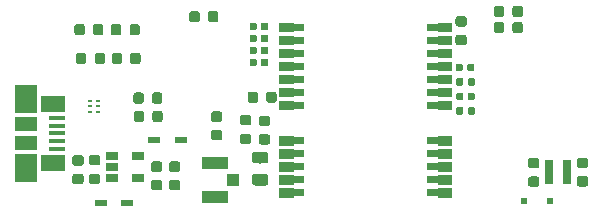
<source format=gbr>
G04 #@! TF.GenerationSoftware,KiCad,Pcbnew,(5.1.4)-1*
G04 #@! TF.CreationDate,2020-02-24T10:19:24-05:00*
G04 #@! TF.ProjectId,Feather-NEO-M9N-GPS,46656174-6865-4722-9d4e-454f2d4d394e,rev?*
G04 #@! TF.SameCoordinates,Original*
G04 #@! TF.FileFunction,Paste,Top*
G04 #@! TF.FilePolarity,Positive*
%FSLAX46Y46*%
G04 Gerber Fmt 4.6, Leading zero omitted, Abs format (unit mm)*
G04 Created by KiCad (PCBNEW (5.1.4)-1) date 2020-02-24 10:19:24*
%MOMM*%
%LPD*%
G04 APERTURE LIST*
%ADD10C,0.100000*%
%ADD11C,0.875000*%
%ADD12R,0.325000X0.250000*%
%ADD13C,0.590000*%
%ADD14R,1.050000X0.500000*%
%ADD15R,1.050000X1.000000*%
%ADD16R,2.200000X1.050000*%
%ADD17R,1.060000X0.650000*%
%ADD18R,1.900000X1.175000*%
%ADD19R,1.900000X2.375000*%
%ADD20R,2.100000X1.475000*%
%ADD21R,1.380000X0.450000*%
%ADD22R,0.500000X0.500000*%
%ADD23R,0.800000X2.000000*%
%ADD24C,0.975000*%
G04 APERTURE END LIST*
D10*
G36*
X164102400Y-89247300D02*
G01*
X165002400Y-89247300D01*
X165002400Y-88647300D01*
X164102400Y-88647300D01*
X164102400Y-89247300D01*
G37*
G36*
X165002400Y-89347300D02*
G01*
X166202400Y-89347300D01*
X166202400Y-88547300D01*
X165002400Y-88547300D01*
X165002400Y-89347300D01*
G37*
G36*
X164102400Y-90347300D02*
G01*
X165002400Y-90347300D01*
X165002400Y-89747300D01*
X164102400Y-89747300D01*
X164102400Y-90347300D01*
G37*
G36*
X165002400Y-90447300D02*
G01*
X166202400Y-90447300D01*
X166202400Y-89647300D01*
X165002400Y-89647300D01*
X165002400Y-90447300D01*
G37*
G36*
X164102400Y-91447300D02*
G01*
X165002400Y-91447300D01*
X165002400Y-90847300D01*
X164102400Y-90847300D01*
X164102400Y-91447300D01*
G37*
G36*
X165002400Y-91547300D02*
G01*
X166202400Y-91547300D01*
X166202400Y-90747300D01*
X165002400Y-90747300D01*
X165002400Y-91547300D01*
G37*
G36*
X164102400Y-92547300D02*
G01*
X165002400Y-92547300D01*
X165002400Y-91947300D01*
X164102400Y-91947300D01*
X164102400Y-92547300D01*
G37*
G36*
X165002400Y-92647300D02*
G01*
X166202400Y-92647300D01*
X166202400Y-91847300D01*
X165002400Y-91847300D01*
X165002400Y-92647300D01*
G37*
G36*
X164102400Y-93647300D02*
G01*
X165002400Y-93647300D01*
X165002400Y-93047300D01*
X164102400Y-93047300D01*
X164102400Y-93647300D01*
G37*
G36*
X165002400Y-93747300D02*
G01*
X166202400Y-93747300D01*
X166202400Y-92947300D01*
X165002400Y-92947300D01*
X165002400Y-93747300D01*
G37*
G36*
X164102400Y-79647300D02*
G01*
X165002400Y-79647300D01*
X165002400Y-79047300D01*
X164102400Y-79047300D01*
X164102400Y-79647300D01*
G37*
G36*
X165002400Y-79747300D02*
G01*
X166202400Y-79747300D01*
X166202400Y-78947300D01*
X165002400Y-78947300D01*
X165002400Y-79747300D01*
G37*
G36*
X164102400Y-80747300D02*
G01*
X165002400Y-80747300D01*
X165002400Y-80147300D01*
X164102400Y-80147300D01*
X164102400Y-80747300D01*
G37*
G36*
X165002400Y-80847300D02*
G01*
X166202400Y-80847300D01*
X166202400Y-80047300D01*
X165002400Y-80047300D01*
X165002400Y-80847300D01*
G37*
G36*
X164102400Y-81847300D02*
G01*
X165002400Y-81847300D01*
X165002400Y-81247300D01*
X164102400Y-81247300D01*
X164102400Y-81847300D01*
G37*
G36*
X165002400Y-81947300D02*
G01*
X166202400Y-81947300D01*
X166202400Y-81147300D01*
X165002400Y-81147300D01*
X165002400Y-81947300D01*
G37*
G36*
X164102400Y-82947300D02*
G01*
X165002400Y-82947300D01*
X165002400Y-82347300D01*
X164102400Y-82347300D01*
X164102400Y-82947300D01*
G37*
G36*
X165002400Y-83047300D02*
G01*
X166202400Y-83047300D01*
X166202400Y-82247300D01*
X165002400Y-82247300D01*
X165002400Y-83047300D01*
G37*
G36*
X164102400Y-84047300D02*
G01*
X165002400Y-84047300D01*
X165002400Y-83447300D01*
X164102400Y-83447300D01*
X164102400Y-84047300D01*
G37*
G36*
X165002400Y-84147300D02*
G01*
X166202400Y-84147300D01*
X166202400Y-83347300D01*
X165002400Y-83347300D01*
X165002400Y-84147300D01*
G37*
G36*
X164102400Y-85147300D02*
G01*
X165002400Y-85147300D01*
X165002400Y-84547300D01*
X164102400Y-84547300D01*
X164102400Y-85147300D01*
G37*
G36*
X165002400Y-85247300D02*
G01*
X166202400Y-85247300D01*
X166202400Y-84447300D01*
X165002400Y-84447300D01*
X165002400Y-85247300D01*
G37*
G36*
X164102400Y-86247300D02*
G01*
X165002400Y-86247300D01*
X165002400Y-85647300D01*
X164102400Y-85647300D01*
X164102400Y-86247300D01*
G37*
G36*
X165002400Y-86347300D02*
G01*
X166202400Y-86347300D01*
X166202400Y-85547300D01*
X165002400Y-85547300D01*
X165002400Y-86347300D01*
G37*
G36*
X153702400Y-93047300D02*
G01*
X152802400Y-93047300D01*
X152802400Y-93647300D01*
X153702400Y-93647300D01*
X153702400Y-93047300D01*
G37*
G36*
X152802400Y-92947300D02*
G01*
X151602400Y-92947300D01*
X151602400Y-93747300D01*
X152802400Y-93747300D01*
X152802400Y-92947300D01*
G37*
G36*
X153702400Y-91947300D02*
G01*
X152802400Y-91947300D01*
X152802400Y-92547300D01*
X153702400Y-92547300D01*
X153702400Y-91947300D01*
G37*
G36*
X152802400Y-91847300D02*
G01*
X151602400Y-91847300D01*
X151602400Y-92647300D01*
X152802400Y-92647300D01*
X152802400Y-91847300D01*
G37*
G36*
X153702400Y-90847300D02*
G01*
X152802400Y-90847300D01*
X152802400Y-91447300D01*
X153702400Y-91447300D01*
X153702400Y-90847300D01*
G37*
G36*
X152802400Y-90747300D02*
G01*
X151602400Y-90747300D01*
X151602400Y-91547300D01*
X152802400Y-91547300D01*
X152802400Y-90747300D01*
G37*
G36*
X153702400Y-89747300D02*
G01*
X152802400Y-89747300D01*
X152802400Y-90347300D01*
X153702400Y-90347300D01*
X153702400Y-89747300D01*
G37*
G36*
X152802400Y-89647300D02*
G01*
X151602400Y-89647300D01*
X151602400Y-90447300D01*
X152802400Y-90447300D01*
X152802400Y-89647300D01*
G37*
G36*
X153702400Y-88647300D02*
G01*
X152802400Y-88647300D01*
X152802400Y-89247300D01*
X153702400Y-89247300D01*
X153702400Y-88647300D01*
G37*
G36*
X152802400Y-88547300D02*
G01*
X151602400Y-88547300D01*
X151602400Y-89347300D01*
X152802400Y-89347300D01*
X152802400Y-88547300D01*
G37*
G36*
X153702400Y-85647300D02*
G01*
X152802400Y-85647300D01*
X152802400Y-86247300D01*
X153702400Y-86247300D01*
X153702400Y-85647300D01*
G37*
G36*
X152802400Y-85547300D02*
G01*
X151602400Y-85547300D01*
X151602400Y-86347300D01*
X152802400Y-86347300D01*
X152802400Y-85547300D01*
G37*
G36*
X153702400Y-84547300D02*
G01*
X152802400Y-84547300D01*
X152802400Y-85147300D01*
X153702400Y-85147300D01*
X153702400Y-84547300D01*
G37*
G36*
X152802400Y-84447300D02*
G01*
X151602400Y-84447300D01*
X151602400Y-85247300D01*
X152802400Y-85247300D01*
X152802400Y-84447300D01*
G37*
G36*
X153702400Y-83447300D02*
G01*
X152802400Y-83447300D01*
X152802400Y-84047300D01*
X153702400Y-84047300D01*
X153702400Y-83447300D01*
G37*
G36*
X152802400Y-83347300D02*
G01*
X151602400Y-83347300D01*
X151602400Y-84147300D01*
X152802400Y-84147300D01*
X152802400Y-83347300D01*
G37*
G36*
X153702400Y-82347300D02*
G01*
X152802400Y-82347300D01*
X152802400Y-82947300D01*
X153702400Y-82947300D01*
X153702400Y-82347300D01*
G37*
G36*
X152802400Y-82247300D02*
G01*
X151602400Y-82247300D01*
X151602400Y-83047300D01*
X152802400Y-83047300D01*
X152802400Y-82247300D01*
G37*
G36*
X153702400Y-81247300D02*
G01*
X152802400Y-81247300D01*
X152802400Y-81847300D01*
X153702400Y-81847300D01*
X153702400Y-81247300D01*
G37*
G36*
X152802400Y-81147300D02*
G01*
X151602400Y-81147300D01*
X151602400Y-81947300D01*
X152802400Y-81947300D01*
X152802400Y-81147300D01*
G37*
G36*
X153702400Y-80147300D02*
G01*
X152802400Y-80147300D01*
X152802400Y-80747300D01*
X153702400Y-80747300D01*
X153702400Y-80147300D01*
G37*
G36*
X152802400Y-80047300D02*
G01*
X151602400Y-80047300D01*
X151602400Y-80847300D01*
X152802400Y-80847300D01*
X152802400Y-80047300D01*
G37*
G36*
X153702400Y-79047300D02*
G01*
X152802400Y-79047300D01*
X152802400Y-79647300D01*
X153702400Y-79647300D01*
X153702400Y-79047300D01*
G37*
G36*
X152802400Y-78947300D02*
G01*
X151602400Y-78947300D01*
X151602400Y-79747300D01*
X152802400Y-79747300D01*
X152802400Y-78947300D01*
G37*
G36*
X146226791Y-77961253D02*
G01*
X146248026Y-77964403D01*
X146268850Y-77969619D01*
X146289062Y-77976851D01*
X146308468Y-77986030D01*
X146326881Y-77997066D01*
X146344124Y-78009854D01*
X146360030Y-78024270D01*
X146374446Y-78040176D01*
X146387234Y-78057419D01*
X146398270Y-78075832D01*
X146407449Y-78095238D01*
X146414681Y-78115450D01*
X146419897Y-78136274D01*
X146423047Y-78157509D01*
X146424100Y-78178950D01*
X146424100Y-78691450D01*
X146423047Y-78712891D01*
X146419897Y-78734126D01*
X146414681Y-78754950D01*
X146407449Y-78775162D01*
X146398270Y-78794568D01*
X146387234Y-78812981D01*
X146374446Y-78830224D01*
X146360030Y-78846130D01*
X146344124Y-78860546D01*
X146326881Y-78873334D01*
X146308468Y-78884370D01*
X146289062Y-78893549D01*
X146268850Y-78900781D01*
X146248026Y-78905997D01*
X146226791Y-78909147D01*
X146205350Y-78910200D01*
X145767850Y-78910200D01*
X145746409Y-78909147D01*
X145725174Y-78905997D01*
X145704350Y-78900781D01*
X145684138Y-78893549D01*
X145664732Y-78884370D01*
X145646319Y-78873334D01*
X145629076Y-78860546D01*
X145613170Y-78846130D01*
X145598754Y-78830224D01*
X145585966Y-78812981D01*
X145574930Y-78794568D01*
X145565751Y-78775162D01*
X145558519Y-78754950D01*
X145553303Y-78734126D01*
X145550153Y-78712891D01*
X145549100Y-78691450D01*
X145549100Y-78178950D01*
X145550153Y-78157509D01*
X145553303Y-78136274D01*
X145558519Y-78115450D01*
X145565751Y-78095238D01*
X145574930Y-78075832D01*
X145585966Y-78057419D01*
X145598754Y-78040176D01*
X145613170Y-78024270D01*
X145629076Y-78009854D01*
X145646319Y-77997066D01*
X145664732Y-77986030D01*
X145684138Y-77976851D01*
X145704350Y-77969619D01*
X145725174Y-77964403D01*
X145746409Y-77961253D01*
X145767850Y-77960200D01*
X146205350Y-77960200D01*
X146226791Y-77961253D01*
X146226791Y-77961253D01*
G37*
D11*
X145986600Y-78435200D03*
D10*
G36*
X144651791Y-77961253D02*
G01*
X144673026Y-77964403D01*
X144693850Y-77969619D01*
X144714062Y-77976851D01*
X144733468Y-77986030D01*
X144751881Y-77997066D01*
X144769124Y-78009854D01*
X144785030Y-78024270D01*
X144799446Y-78040176D01*
X144812234Y-78057419D01*
X144823270Y-78075832D01*
X144832449Y-78095238D01*
X144839681Y-78115450D01*
X144844897Y-78136274D01*
X144848047Y-78157509D01*
X144849100Y-78178950D01*
X144849100Y-78691450D01*
X144848047Y-78712891D01*
X144844897Y-78734126D01*
X144839681Y-78754950D01*
X144832449Y-78775162D01*
X144823270Y-78794568D01*
X144812234Y-78812981D01*
X144799446Y-78830224D01*
X144785030Y-78846130D01*
X144769124Y-78860546D01*
X144751881Y-78873334D01*
X144733468Y-78884370D01*
X144714062Y-78893549D01*
X144693850Y-78900781D01*
X144673026Y-78905997D01*
X144651791Y-78909147D01*
X144630350Y-78910200D01*
X144192850Y-78910200D01*
X144171409Y-78909147D01*
X144150174Y-78905997D01*
X144129350Y-78900781D01*
X144109138Y-78893549D01*
X144089732Y-78884370D01*
X144071319Y-78873334D01*
X144054076Y-78860546D01*
X144038170Y-78846130D01*
X144023754Y-78830224D01*
X144010966Y-78812981D01*
X143999930Y-78794568D01*
X143990751Y-78775162D01*
X143983519Y-78754950D01*
X143978303Y-78734126D01*
X143975153Y-78712891D01*
X143974100Y-78691450D01*
X143974100Y-78178950D01*
X143975153Y-78157509D01*
X143978303Y-78136274D01*
X143983519Y-78115450D01*
X143990751Y-78095238D01*
X143999930Y-78075832D01*
X144010966Y-78057419D01*
X144023754Y-78040176D01*
X144038170Y-78024270D01*
X144054076Y-78009854D01*
X144071319Y-77997066D01*
X144089732Y-77986030D01*
X144109138Y-77976851D01*
X144129350Y-77969619D01*
X144150174Y-77964403D01*
X144171409Y-77961253D01*
X144192850Y-77960200D01*
X144630350Y-77960200D01*
X144651791Y-77961253D01*
X144651791Y-77961253D01*
G37*
D11*
X144411600Y-78435200D03*
D12*
X136252400Y-85529800D03*
X136252400Y-86029800D03*
X136252400Y-86529800D03*
X135578400Y-86529800D03*
X135578400Y-86029800D03*
X135578400Y-85529800D03*
D10*
G36*
X150504418Y-78941410D02*
G01*
X150518736Y-78943534D01*
X150532777Y-78947051D01*
X150546406Y-78951928D01*
X150559491Y-78958117D01*
X150571907Y-78965558D01*
X150583533Y-78974181D01*
X150594258Y-78983902D01*
X150603979Y-78994627D01*
X150612602Y-79006253D01*
X150620043Y-79018669D01*
X150626232Y-79031754D01*
X150631109Y-79045383D01*
X150634626Y-79059424D01*
X150636750Y-79073742D01*
X150637460Y-79088200D01*
X150637460Y-79433200D01*
X150636750Y-79447658D01*
X150634626Y-79461976D01*
X150631109Y-79476017D01*
X150626232Y-79489646D01*
X150620043Y-79502731D01*
X150612602Y-79515147D01*
X150603979Y-79526773D01*
X150594258Y-79537498D01*
X150583533Y-79547219D01*
X150571907Y-79555842D01*
X150559491Y-79563283D01*
X150546406Y-79569472D01*
X150532777Y-79574349D01*
X150518736Y-79577866D01*
X150504418Y-79579990D01*
X150489960Y-79580700D01*
X150194960Y-79580700D01*
X150180502Y-79579990D01*
X150166184Y-79577866D01*
X150152143Y-79574349D01*
X150138514Y-79569472D01*
X150125429Y-79563283D01*
X150113013Y-79555842D01*
X150101387Y-79547219D01*
X150090662Y-79537498D01*
X150080941Y-79526773D01*
X150072318Y-79515147D01*
X150064877Y-79502731D01*
X150058688Y-79489646D01*
X150053811Y-79476017D01*
X150050294Y-79461976D01*
X150048170Y-79447658D01*
X150047460Y-79433200D01*
X150047460Y-79088200D01*
X150048170Y-79073742D01*
X150050294Y-79059424D01*
X150053811Y-79045383D01*
X150058688Y-79031754D01*
X150064877Y-79018669D01*
X150072318Y-79006253D01*
X150080941Y-78994627D01*
X150090662Y-78983902D01*
X150101387Y-78974181D01*
X150113013Y-78965558D01*
X150125429Y-78958117D01*
X150138514Y-78951928D01*
X150152143Y-78947051D01*
X150166184Y-78943534D01*
X150180502Y-78941410D01*
X150194960Y-78940700D01*
X150489960Y-78940700D01*
X150504418Y-78941410D01*
X150504418Y-78941410D01*
G37*
D13*
X150342460Y-79260700D03*
D10*
G36*
X149534418Y-78941410D02*
G01*
X149548736Y-78943534D01*
X149562777Y-78947051D01*
X149576406Y-78951928D01*
X149589491Y-78958117D01*
X149601907Y-78965558D01*
X149613533Y-78974181D01*
X149624258Y-78983902D01*
X149633979Y-78994627D01*
X149642602Y-79006253D01*
X149650043Y-79018669D01*
X149656232Y-79031754D01*
X149661109Y-79045383D01*
X149664626Y-79059424D01*
X149666750Y-79073742D01*
X149667460Y-79088200D01*
X149667460Y-79433200D01*
X149666750Y-79447658D01*
X149664626Y-79461976D01*
X149661109Y-79476017D01*
X149656232Y-79489646D01*
X149650043Y-79502731D01*
X149642602Y-79515147D01*
X149633979Y-79526773D01*
X149624258Y-79537498D01*
X149613533Y-79547219D01*
X149601907Y-79555842D01*
X149589491Y-79563283D01*
X149576406Y-79569472D01*
X149562777Y-79574349D01*
X149548736Y-79577866D01*
X149534418Y-79579990D01*
X149519960Y-79580700D01*
X149224960Y-79580700D01*
X149210502Y-79579990D01*
X149196184Y-79577866D01*
X149182143Y-79574349D01*
X149168514Y-79569472D01*
X149155429Y-79563283D01*
X149143013Y-79555842D01*
X149131387Y-79547219D01*
X149120662Y-79537498D01*
X149110941Y-79526773D01*
X149102318Y-79515147D01*
X149094877Y-79502731D01*
X149088688Y-79489646D01*
X149083811Y-79476017D01*
X149080294Y-79461976D01*
X149078170Y-79447658D01*
X149077460Y-79433200D01*
X149077460Y-79088200D01*
X149078170Y-79073742D01*
X149080294Y-79059424D01*
X149083811Y-79045383D01*
X149088688Y-79031754D01*
X149094877Y-79018669D01*
X149102318Y-79006253D01*
X149110941Y-78994627D01*
X149120662Y-78983902D01*
X149131387Y-78974181D01*
X149143013Y-78965558D01*
X149155429Y-78958117D01*
X149168514Y-78951928D01*
X149182143Y-78947051D01*
X149196184Y-78943534D01*
X149210502Y-78941410D01*
X149224960Y-78940700D01*
X149519960Y-78940700D01*
X149534418Y-78941410D01*
X149534418Y-78941410D01*
G37*
D13*
X149372460Y-79260700D03*
D10*
G36*
X167037558Y-84863842D02*
G01*
X167051876Y-84865966D01*
X167065917Y-84869483D01*
X167079546Y-84874360D01*
X167092631Y-84880549D01*
X167105047Y-84887990D01*
X167116673Y-84896613D01*
X167127398Y-84906334D01*
X167137119Y-84917059D01*
X167145742Y-84928685D01*
X167153183Y-84941101D01*
X167159372Y-84954186D01*
X167164249Y-84967815D01*
X167167766Y-84981856D01*
X167169890Y-84996174D01*
X167170600Y-85010632D01*
X167170600Y-85355632D01*
X167169890Y-85370090D01*
X167167766Y-85384408D01*
X167164249Y-85398449D01*
X167159372Y-85412078D01*
X167153183Y-85425163D01*
X167145742Y-85437579D01*
X167137119Y-85449205D01*
X167127398Y-85459930D01*
X167116673Y-85469651D01*
X167105047Y-85478274D01*
X167092631Y-85485715D01*
X167079546Y-85491904D01*
X167065917Y-85496781D01*
X167051876Y-85500298D01*
X167037558Y-85502422D01*
X167023100Y-85503132D01*
X166728100Y-85503132D01*
X166713642Y-85502422D01*
X166699324Y-85500298D01*
X166685283Y-85496781D01*
X166671654Y-85491904D01*
X166658569Y-85485715D01*
X166646153Y-85478274D01*
X166634527Y-85469651D01*
X166623802Y-85459930D01*
X166614081Y-85449205D01*
X166605458Y-85437579D01*
X166598017Y-85425163D01*
X166591828Y-85412078D01*
X166586951Y-85398449D01*
X166583434Y-85384408D01*
X166581310Y-85370090D01*
X166580600Y-85355632D01*
X166580600Y-85010632D01*
X166581310Y-84996174D01*
X166583434Y-84981856D01*
X166586951Y-84967815D01*
X166591828Y-84954186D01*
X166598017Y-84941101D01*
X166605458Y-84928685D01*
X166614081Y-84917059D01*
X166623802Y-84906334D01*
X166634527Y-84896613D01*
X166646153Y-84887990D01*
X166658569Y-84880549D01*
X166671654Y-84874360D01*
X166685283Y-84869483D01*
X166699324Y-84865966D01*
X166713642Y-84863842D01*
X166728100Y-84863132D01*
X167023100Y-84863132D01*
X167037558Y-84863842D01*
X167037558Y-84863842D01*
G37*
D13*
X166875600Y-85183132D03*
D10*
G36*
X168007558Y-84863842D02*
G01*
X168021876Y-84865966D01*
X168035917Y-84869483D01*
X168049546Y-84874360D01*
X168062631Y-84880549D01*
X168075047Y-84887990D01*
X168086673Y-84896613D01*
X168097398Y-84906334D01*
X168107119Y-84917059D01*
X168115742Y-84928685D01*
X168123183Y-84941101D01*
X168129372Y-84954186D01*
X168134249Y-84967815D01*
X168137766Y-84981856D01*
X168139890Y-84996174D01*
X168140600Y-85010632D01*
X168140600Y-85355632D01*
X168139890Y-85370090D01*
X168137766Y-85384408D01*
X168134249Y-85398449D01*
X168129372Y-85412078D01*
X168123183Y-85425163D01*
X168115742Y-85437579D01*
X168107119Y-85449205D01*
X168097398Y-85459930D01*
X168086673Y-85469651D01*
X168075047Y-85478274D01*
X168062631Y-85485715D01*
X168049546Y-85491904D01*
X168035917Y-85496781D01*
X168021876Y-85500298D01*
X168007558Y-85502422D01*
X167993100Y-85503132D01*
X167698100Y-85503132D01*
X167683642Y-85502422D01*
X167669324Y-85500298D01*
X167655283Y-85496781D01*
X167641654Y-85491904D01*
X167628569Y-85485715D01*
X167616153Y-85478274D01*
X167604527Y-85469651D01*
X167593802Y-85459930D01*
X167584081Y-85449205D01*
X167575458Y-85437579D01*
X167568017Y-85425163D01*
X167561828Y-85412078D01*
X167556951Y-85398449D01*
X167553434Y-85384408D01*
X167551310Y-85370090D01*
X167550600Y-85355632D01*
X167550600Y-85010632D01*
X167551310Y-84996174D01*
X167553434Y-84981856D01*
X167556951Y-84967815D01*
X167561828Y-84954186D01*
X167568017Y-84941101D01*
X167575458Y-84928685D01*
X167584081Y-84917059D01*
X167593802Y-84906334D01*
X167604527Y-84896613D01*
X167616153Y-84887990D01*
X167628569Y-84880549D01*
X167641654Y-84874360D01*
X167655283Y-84869483D01*
X167669324Y-84865966D01*
X167683642Y-84863842D01*
X167698100Y-84863132D01*
X167993100Y-84863132D01*
X168007558Y-84863842D01*
X168007558Y-84863842D01*
G37*
D13*
X167845600Y-85183132D03*
D10*
G36*
X167037558Y-86091510D02*
G01*
X167051876Y-86093634D01*
X167065917Y-86097151D01*
X167079546Y-86102028D01*
X167092631Y-86108217D01*
X167105047Y-86115658D01*
X167116673Y-86124281D01*
X167127398Y-86134002D01*
X167137119Y-86144727D01*
X167145742Y-86156353D01*
X167153183Y-86168769D01*
X167159372Y-86181854D01*
X167164249Y-86195483D01*
X167167766Y-86209524D01*
X167169890Y-86223842D01*
X167170600Y-86238300D01*
X167170600Y-86583300D01*
X167169890Y-86597758D01*
X167167766Y-86612076D01*
X167164249Y-86626117D01*
X167159372Y-86639746D01*
X167153183Y-86652831D01*
X167145742Y-86665247D01*
X167137119Y-86676873D01*
X167127398Y-86687598D01*
X167116673Y-86697319D01*
X167105047Y-86705942D01*
X167092631Y-86713383D01*
X167079546Y-86719572D01*
X167065917Y-86724449D01*
X167051876Y-86727966D01*
X167037558Y-86730090D01*
X167023100Y-86730800D01*
X166728100Y-86730800D01*
X166713642Y-86730090D01*
X166699324Y-86727966D01*
X166685283Y-86724449D01*
X166671654Y-86719572D01*
X166658569Y-86713383D01*
X166646153Y-86705942D01*
X166634527Y-86697319D01*
X166623802Y-86687598D01*
X166614081Y-86676873D01*
X166605458Y-86665247D01*
X166598017Y-86652831D01*
X166591828Y-86639746D01*
X166586951Y-86626117D01*
X166583434Y-86612076D01*
X166581310Y-86597758D01*
X166580600Y-86583300D01*
X166580600Y-86238300D01*
X166581310Y-86223842D01*
X166583434Y-86209524D01*
X166586951Y-86195483D01*
X166591828Y-86181854D01*
X166598017Y-86168769D01*
X166605458Y-86156353D01*
X166614081Y-86144727D01*
X166623802Y-86134002D01*
X166634527Y-86124281D01*
X166646153Y-86115658D01*
X166658569Y-86108217D01*
X166671654Y-86102028D01*
X166685283Y-86097151D01*
X166699324Y-86093634D01*
X166713642Y-86091510D01*
X166728100Y-86090800D01*
X167023100Y-86090800D01*
X167037558Y-86091510D01*
X167037558Y-86091510D01*
G37*
D13*
X166875600Y-86410800D03*
D10*
G36*
X168007558Y-86091510D02*
G01*
X168021876Y-86093634D01*
X168035917Y-86097151D01*
X168049546Y-86102028D01*
X168062631Y-86108217D01*
X168075047Y-86115658D01*
X168086673Y-86124281D01*
X168097398Y-86134002D01*
X168107119Y-86144727D01*
X168115742Y-86156353D01*
X168123183Y-86168769D01*
X168129372Y-86181854D01*
X168134249Y-86195483D01*
X168137766Y-86209524D01*
X168139890Y-86223842D01*
X168140600Y-86238300D01*
X168140600Y-86583300D01*
X168139890Y-86597758D01*
X168137766Y-86612076D01*
X168134249Y-86626117D01*
X168129372Y-86639746D01*
X168123183Y-86652831D01*
X168115742Y-86665247D01*
X168107119Y-86676873D01*
X168097398Y-86687598D01*
X168086673Y-86697319D01*
X168075047Y-86705942D01*
X168062631Y-86713383D01*
X168049546Y-86719572D01*
X168035917Y-86724449D01*
X168021876Y-86727966D01*
X168007558Y-86730090D01*
X167993100Y-86730800D01*
X167698100Y-86730800D01*
X167683642Y-86730090D01*
X167669324Y-86727966D01*
X167655283Y-86724449D01*
X167641654Y-86719572D01*
X167628569Y-86713383D01*
X167616153Y-86705942D01*
X167604527Y-86697319D01*
X167593802Y-86687598D01*
X167584081Y-86676873D01*
X167575458Y-86665247D01*
X167568017Y-86652831D01*
X167561828Y-86639746D01*
X167556951Y-86626117D01*
X167553434Y-86612076D01*
X167551310Y-86597758D01*
X167550600Y-86583300D01*
X167550600Y-86238300D01*
X167551310Y-86223842D01*
X167553434Y-86209524D01*
X167556951Y-86195483D01*
X167561828Y-86181854D01*
X167568017Y-86168769D01*
X167575458Y-86156353D01*
X167584081Y-86144727D01*
X167593802Y-86134002D01*
X167604527Y-86124281D01*
X167616153Y-86115658D01*
X167628569Y-86108217D01*
X167641654Y-86102028D01*
X167655283Y-86097151D01*
X167669324Y-86093634D01*
X167683642Y-86091510D01*
X167698100Y-86090800D01*
X167993100Y-86090800D01*
X168007558Y-86091510D01*
X168007558Y-86091510D01*
G37*
D13*
X167845600Y-86410800D03*
D14*
X136453800Y-94208600D03*
X138729800Y-94208600D03*
X140962300Y-88887300D03*
X143238300Y-88887300D03*
D15*
X147663900Y-92252800D03*
D16*
X146138900Y-90777800D03*
X146138900Y-93727800D03*
D10*
G36*
X150504418Y-79957410D02*
G01*
X150518736Y-79959534D01*
X150532777Y-79963051D01*
X150546406Y-79967928D01*
X150559491Y-79974117D01*
X150571907Y-79981558D01*
X150583533Y-79990181D01*
X150594258Y-79999902D01*
X150603979Y-80010627D01*
X150612602Y-80022253D01*
X150620043Y-80034669D01*
X150626232Y-80047754D01*
X150631109Y-80061383D01*
X150634626Y-80075424D01*
X150636750Y-80089742D01*
X150637460Y-80104200D01*
X150637460Y-80449200D01*
X150636750Y-80463658D01*
X150634626Y-80477976D01*
X150631109Y-80492017D01*
X150626232Y-80505646D01*
X150620043Y-80518731D01*
X150612602Y-80531147D01*
X150603979Y-80542773D01*
X150594258Y-80553498D01*
X150583533Y-80563219D01*
X150571907Y-80571842D01*
X150559491Y-80579283D01*
X150546406Y-80585472D01*
X150532777Y-80590349D01*
X150518736Y-80593866D01*
X150504418Y-80595990D01*
X150489960Y-80596700D01*
X150194960Y-80596700D01*
X150180502Y-80595990D01*
X150166184Y-80593866D01*
X150152143Y-80590349D01*
X150138514Y-80585472D01*
X150125429Y-80579283D01*
X150113013Y-80571842D01*
X150101387Y-80563219D01*
X150090662Y-80553498D01*
X150080941Y-80542773D01*
X150072318Y-80531147D01*
X150064877Y-80518731D01*
X150058688Y-80505646D01*
X150053811Y-80492017D01*
X150050294Y-80477976D01*
X150048170Y-80463658D01*
X150047460Y-80449200D01*
X150047460Y-80104200D01*
X150048170Y-80089742D01*
X150050294Y-80075424D01*
X150053811Y-80061383D01*
X150058688Y-80047754D01*
X150064877Y-80034669D01*
X150072318Y-80022253D01*
X150080941Y-80010627D01*
X150090662Y-79999902D01*
X150101387Y-79990181D01*
X150113013Y-79981558D01*
X150125429Y-79974117D01*
X150138514Y-79967928D01*
X150152143Y-79963051D01*
X150166184Y-79959534D01*
X150180502Y-79957410D01*
X150194960Y-79956700D01*
X150489960Y-79956700D01*
X150504418Y-79957410D01*
X150504418Y-79957410D01*
G37*
D13*
X150342460Y-80276700D03*
D10*
G36*
X149534418Y-79957410D02*
G01*
X149548736Y-79959534D01*
X149562777Y-79963051D01*
X149576406Y-79967928D01*
X149589491Y-79974117D01*
X149601907Y-79981558D01*
X149613533Y-79990181D01*
X149624258Y-79999902D01*
X149633979Y-80010627D01*
X149642602Y-80022253D01*
X149650043Y-80034669D01*
X149656232Y-80047754D01*
X149661109Y-80061383D01*
X149664626Y-80075424D01*
X149666750Y-80089742D01*
X149667460Y-80104200D01*
X149667460Y-80449200D01*
X149666750Y-80463658D01*
X149664626Y-80477976D01*
X149661109Y-80492017D01*
X149656232Y-80505646D01*
X149650043Y-80518731D01*
X149642602Y-80531147D01*
X149633979Y-80542773D01*
X149624258Y-80553498D01*
X149613533Y-80563219D01*
X149601907Y-80571842D01*
X149589491Y-80579283D01*
X149576406Y-80585472D01*
X149562777Y-80590349D01*
X149548736Y-80593866D01*
X149534418Y-80595990D01*
X149519960Y-80596700D01*
X149224960Y-80596700D01*
X149210502Y-80595990D01*
X149196184Y-80593866D01*
X149182143Y-80590349D01*
X149168514Y-80585472D01*
X149155429Y-80579283D01*
X149143013Y-80571842D01*
X149131387Y-80563219D01*
X149120662Y-80553498D01*
X149110941Y-80542773D01*
X149102318Y-80531147D01*
X149094877Y-80518731D01*
X149088688Y-80505646D01*
X149083811Y-80492017D01*
X149080294Y-80477976D01*
X149078170Y-80463658D01*
X149077460Y-80449200D01*
X149077460Y-80104200D01*
X149078170Y-80089742D01*
X149080294Y-80075424D01*
X149083811Y-80061383D01*
X149088688Y-80047754D01*
X149094877Y-80034669D01*
X149102318Y-80022253D01*
X149110941Y-80010627D01*
X149120662Y-79999902D01*
X149131387Y-79990181D01*
X149143013Y-79981558D01*
X149155429Y-79974117D01*
X149168514Y-79967928D01*
X149182143Y-79963051D01*
X149196184Y-79959534D01*
X149210502Y-79957410D01*
X149224960Y-79956700D01*
X149519960Y-79956700D01*
X149534418Y-79957410D01*
X149534418Y-79957410D01*
G37*
D13*
X149372460Y-80276700D03*
D10*
G36*
X150504418Y-80973410D02*
G01*
X150518736Y-80975534D01*
X150532777Y-80979051D01*
X150546406Y-80983928D01*
X150559491Y-80990117D01*
X150571907Y-80997558D01*
X150583533Y-81006181D01*
X150594258Y-81015902D01*
X150603979Y-81026627D01*
X150612602Y-81038253D01*
X150620043Y-81050669D01*
X150626232Y-81063754D01*
X150631109Y-81077383D01*
X150634626Y-81091424D01*
X150636750Y-81105742D01*
X150637460Y-81120200D01*
X150637460Y-81465200D01*
X150636750Y-81479658D01*
X150634626Y-81493976D01*
X150631109Y-81508017D01*
X150626232Y-81521646D01*
X150620043Y-81534731D01*
X150612602Y-81547147D01*
X150603979Y-81558773D01*
X150594258Y-81569498D01*
X150583533Y-81579219D01*
X150571907Y-81587842D01*
X150559491Y-81595283D01*
X150546406Y-81601472D01*
X150532777Y-81606349D01*
X150518736Y-81609866D01*
X150504418Y-81611990D01*
X150489960Y-81612700D01*
X150194960Y-81612700D01*
X150180502Y-81611990D01*
X150166184Y-81609866D01*
X150152143Y-81606349D01*
X150138514Y-81601472D01*
X150125429Y-81595283D01*
X150113013Y-81587842D01*
X150101387Y-81579219D01*
X150090662Y-81569498D01*
X150080941Y-81558773D01*
X150072318Y-81547147D01*
X150064877Y-81534731D01*
X150058688Y-81521646D01*
X150053811Y-81508017D01*
X150050294Y-81493976D01*
X150048170Y-81479658D01*
X150047460Y-81465200D01*
X150047460Y-81120200D01*
X150048170Y-81105742D01*
X150050294Y-81091424D01*
X150053811Y-81077383D01*
X150058688Y-81063754D01*
X150064877Y-81050669D01*
X150072318Y-81038253D01*
X150080941Y-81026627D01*
X150090662Y-81015902D01*
X150101387Y-81006181D01*
X150113013Y-80997558D01*
X150125429Y-80990117D01*
X150138514Y-80983928D01*
X150152143Y-80979051D01*
X150166184Y-80975534D01*
X150180502Y-80973410D01*
X150194960Y-80972700D01*
X150489960Y-80972700D01*
X150504418Y-80973410D01*
X150504418Y-80973410D01*
G37*
D13*
X150342460Y-81292700D03*
D10*
G36*
X149534418Y-80973410D02*
G01*
X149548736Y-80975534D01*
X149562777Y-80979051D01*
X149576406Y-80983928D01*
X149589491Y-80990117D01*
X149601907Y-80997558D01*
X149613533Y-81006181D01*
X149624258Y-81015902D01*
X149633979Y-81026627D01*
X149642602Y-81038253D01*
X149650043Y-81050669D01*
X149656232Y-81063754D01*
X149661109Y-81077383D01*
X149664626Y-81091424D01*
X149666750Y-81105742D01*
X149667460Y-81120200D01*
X149667460Y-81465200D01*
X149666750Y-81479658D01*
X149664626Y-81493976D01*
X149661109Y-81508017D01*
X149656232Y-81521646D01*
X149650043Y-81534731D01*
X149642602Y-81547147D01*
X149633979Y-81558773D01*
X149624258Y-81569498D01*
X149613533Y-81579219D01*
X149601907Y-81587842D01*
X149589491Y-81595283D01*
X149576406Y-81601472D01*
X149562777Y-81606349D01*
X149548736Y-81609866D01*
X149534418Y-81611990D01*
X149519960Y-81612700D01*
X149224960Y-81612700D01*
X149210502Y-81611990D01*
X149196184Y-81609866D01*
X149182143Y-81606349D01*
X149168514Y-81601472D01*
X149155429Y-81595283D01*
X149143013Y-81587842D01*
X149131387Y-81579219D01*
X149120662Y-81569498D01*
X149110941Y-81558773D01*
X149102318Y-81547147D01*
X149094877Y-81534731D01*
X149088688Y-81521646D01*
X149083811Y-81508017D01*
X149080294Y-81493976D01*
X149078170Y-81479658D01*
X149077460Y-81465200D01*
X149077460Y-81120200D01*
X149078170Y-81105742D01*
X149080294Y-81091424D01*
X149083811Y-81077383D01*
X149088688Y-81063754D01*
X149094877Y-81050669D01*
X149102318Y-81038253D01*
X149110941Y-81026627D01*
X149120662Y-81015902D01*
X149131387Y-81006181D01*
X149143013Y-80997558D01*
X149155429Y-80990117D01*
X149168514Y-80983928D01*
X149182143Y-80979051D01*
X149196184Y-80975534D01*
X149210502Y-80973410D01*
X149224960Y-80972700D01*
X149519960Y-80972700D01*
X149534418Y-80973410D01*
X149534418Y-80973410D01*
G37*
D13*
X149372460Y-81292700D03*
D10*
G36*
X150504418Y-81989410D02*
G01*
X150518736Y-81991534D01*
X150532777Y-81995051D01*
X150546406Y-81999928D01*
X150559491Y-82006117D01*
X150571907Y-82013558D01*
X150583533Y-82022181D01*
X150594258Y-82031902D01*
X150603979Y-82042627D01*
X150612602Y-82054253D01*
X150620043Y-82066669D01*
X150626232Y-82079754D01*
X150631109Y-82093383D01*
X150634626Y-82107424D01*
X150636750Y-82121742D01*
X150637460Y-82136200D01*
X150637460Y-82481200D01*
X150636750Y-82495658D01*
X150634626Y-82509976D01*
X150631109Y-82524017D01*
X150626232Y-82537646D01*
X150620043Y-82550731D01*
X150612602Y-82563147D01*
X150603979Y-82574773D01*
X150594258Y-82585498D01*
X150583533Y-82595219D01*
X150571907Y-82603842D01*
X150559491Y-82611283D01*
X150546406Y-82617472D01*
X150532777Y-82622349D01*
X150518736Y-82625866D01*
X150504418Y-82627990D01*
X150489960Y-82628700D01*
X150194960Y-82628700D01*
X150180502Y-82627990D01*
X150166184Y-82625866D01*
X150152143Y-82622349D01*
X150138514Y-82617472D01*
X150125429Y-82611283D01*
X150113013Y-82603842D01*
X150101387Y-82595219D01*
X150090662Y-82585498D01*
X150080941Y-82574773D01*
X150072318Y-82563147D01*
X150064877Y-82550731D01*
X150058688Y-82537646D01*
X150053811Y-82524017D01*
X150050294Y-82509976D01*
X150048170Y-82495658D01*
X150047460Y-82481200D01*
X150047460Y-82136200D01*
X150048170Y-82121742D01*
X150050294Y-82107424D01*
X150053811Y-82093383D01*
X150058688Y-82079754D01*
X150064877Y-82066669D01*
X150072318Y-82054253D01*
X150080941Y-82042627D01*
X150090662Y-82031902D01*
X150101387Y-82022181D01*
X150113013Y-82013558D01*
X150125429Y-82006117D01*
X150138514Y-81999928D01*
X150152143Y-81995051D01*
X150166184Y-81991534D01*
X150180502Y-81989410D01*
X150194960Y-81988700D01*
X150489960Y-81988700D01*
X150504418Y-81989410D01*
X150504418Y-81989410D01*
G37*
D13*
X150342460Y-82308700D03*
D10*
G36*
X149534418Y-81989410D02*
G01*
X149548736Y-81991534D01*
X149562777Y-81995051D01*
X149576406Y-81999928D01*
X149589491Y-82006117D01*
X149601907Y-82013558D01*
X149613533Y-82022181D01*
X149624258Y-82031902D01*
X149633979Y-82042627D01*
X149642602Y-82054253D01*
X149650043Y-82066669D01*
X149656232Y-82079754D01*
X149661109Y-82093383D01*
X149664626Y-82107424D01*
X149666750Y-82121742D01*
X149667460Y-82136200D01*
X149667460Y-82481200D01*
X149666750Y-82495658D01*
X149664626Y-82509976D01*
X149661109Y-82524017D01*
X149656232Y-82537646D01*
X149650043Y-82550731D01*
X149642602Y-82563147D01*
X149633979Y-82574773D01*
X149624258Y-82585498D01*
X149613533Y-82595219D01*
X149601907Y-82603842D01*
X149589491Y-82611283D01*
X149576406Y-82617472D01*
X149562777Y-82622349D01*
X149548736Y-82625866D01*
X149534418Y-82627990D01*
X149519960Y-82628700D01*
X149224960Y-82628700D01*
X149210502Y-82627990D01*
X149196184Y-82625866D01*
X149182143Y-82622349D01*
X149168514Y-82617472D01*
X149155429Y-82611283D01*
X149143013Y-82603842D01*
X149131387Y-82595219D01*
X149120662Y-82585498D01*
X149110941Y-82574773D01*
X149102318Y-82563147D01*
X149094877Y-82550731D01*
X149088688Y-82537646D01*
X149083811Y-82524017D01*
X149080294Y-82509976D01*
X149078170Y-82495658D01*
X149077460Y-82481200D01*
X149077460Y-82136200D01*
X149078170Y-82121742D01*
X149080294Y-82107424D01*
X149083811Y-82093383D01*
X149088688Y-82079754D01*
X149094877Y-82066669D01*
X149102318Y-82054253D01*
X149110941Y-82042627D01*
X149120662Y-82031902D01*
X149131387Y-82022181D01*
X149143013Y-82013558D01*
X149155429Y-82006117D01*
X149168514Y-81999928D01*
X149182143Y-81995051D01*
X149196184Y-81991534D01*
X149210502Y-81989410D01*
X149224960Y-81988700D01*
X149519960Y-81988700D01*
X149534418Y-81989410D01*
X149534418Y-81989410D01*
G37*
D13*
X149372460Y-82308700D03*
D10*
G36*
X167037558Y-83636176D02*
G01*
X167051876Y-83638300D01*
X167065917Y-83641817D01*
X167079546Y-83646694D01*
X167092631Y-83652883D01*
X167105047Y-83660324D01*
X167116673Y-83668947D01*
X167127398Y-83678668D01*
X167137119Y-83689393D01*
X167145742Y-83701019D01*
X167153183Y-83713435D01*
X167159372Y-83726520D01*
X167164249Y-83740149D01*
X167167766Y-83754190D01*
X167169890Y-83768508D01*
X167170600Y-83782966D01*
X167170600Y-84127966D01*
X167169890Y-84142424D01*
X167167766Y-84156742D01*
X167164249Y-84170783D01*
X167159372Y-84184412D01*
X167153183Y-84197497D01*
X167145742Y-84209913D01*
X167137119Y-84221539D01*
X167127398Y-84232264D01*
X167116673Y-84241985D01*
X167105047Y-84250608D01*
X167092631Y-84258049D01*
X167079546Y-84264238D01*
X167065917Y-84269115D01*
X167051876Y-84272632D01*
X167037558Y-84274756D01*
X167023100Y-84275466D01*
X166728100Y-84275466D01*
X166713642Y-84274756D01*
X166699324Y-84272632D01*
X166685283Y-84269115D01*
X166671654Y-84264238D01*
X166658569Y-84258049D01*
X166646153Y-84250608D01*
X166634527Y-84241985D01*
X166623802Y-84232264D01*
X166614081Y-84221539D01*
X166605458Y-84209913D01*
X166598017Y-84197497D01*
X166591828Y-84184412D01*
X166586951Y-84170783D01*
X166583434Y-84156742D01*
X166581310Y-84142424D01*
X166580600Y-84127966D01*
X166580600Y-83782966D01*
X166581310Y-83768508D01*
X166583434Y-83754190D01*
X166586951Y-83740149D01*
X166591828Y-83726520D01*
X166598017Y-83713435D01*
X166605458Y-83701019D01*
X166614081Y-83689393D01*
X166623802Y-83678668D01*
X166634527Y-83668947D01*
X166646153Y-83660324D01*
X166658569Y-83652883D01*
X166671654Y-83646694D01*
X166685283Y-83641817D01*
X166699324Y-83638300D01*
X166713642Y-83636176D01*
X166728100Y-83635466D01*
X167023100Y-83635466D01*
X167037558Y-83636176D01*
X167037558Y-83636176D01*
G37*
D13*
X166875600Y-83955466D03*
D10*
G36*
X168007558Y-83636176D02*
G01*
X168021876Y-83638300D01*
X168035917Y-83641817D01*
X168049546Y-83646694D01*
X168062631Y-83652883D01*
X168075047Y-83660324D01*
X168086673Y-83668947D01*
X168097398Y-83678668D01*
X168107119Y-83689393D01*
X168115742Y-83701019D01*
X168123183Y-83713435D01*
X168129372Y-83726520D01*
X168134249Y-83740149D01*
X168137766Y-83754190D01*
X168139890Y-83768508D01*
X168140600Y-83782966D01*
X168140600Y-84127966D01*
X168139890Y-84142424D01*
X168137766Y-84156742D01*
X168134249Y-84170783D01*
X168129372Y-84184412D01*
X168123183Y-84197497D01*
X168115742Y-84209913D01*
X168107119Y-84221539D01*
X168097398Y-84232264D01*
X168086673Y-84241985D01*
X168075047Y-84250608D01*
X168062631Y-84258049D01*
X168049546Y-84264238D01*
X168035917Y-84269115D01*
X168021876Y-84272632D01*
X168007558Y-84274756D01*
X167993100Y-84275466D01*
X167698100Y-84275466D01*
X167683642Y-84274756D01*
X167669324Y-84272632D01*
X167655283Y-84269115D01*
X167641654Y-84264238D01*
X167628569Y-84258049D01*
X167616153Y-84250608D01*
X167604527Y-84241985D01*
X167593802Y-84232264D01*
X167584081Y-84221539D01*
X167575458Y-84209913D01*
X167568017Y-84197497D01*
X167561828Y-84184412D01*
X167556951Y-84170783D01*
X167553434Y-84156742D01*
X167551310Y-84142424D01*
X167550600Y-84127966D01*
X167550600Y-83782966D01*
X167551310Y-83768508D01*
X167553434Y-83754190D01*
X167556951Y-83740149D01*
X167561828Y-83726520D01*
X167568017Y-83713435D01*
X167575458Y-83701019D01*
X167584081Y-83689393D01*
X167593802Y-83678668D01*
X167604527Y-83668947D01*
X167616153Y-83660324D01*
X167628569Y-83652883D01*
X167641654Y-83646694D01*
X167655283Y-83641817D01*
X167669324Y-83638300D01*
X167683642Y-83636176D01*
X167698100Y-83635466D01*
X167993100Y-83635466D01*
X168007558Y-83636176D01*
X168007558Y-83636176D01*
G37*
D13*
X167845600Y-83955466D03*
D10*
G36*
X166986758Y-82408510D02*
G01*
X167001076Y-82410634D01*
X167015117Y-82414151D01*
X167028746Y-82419028D01*
X167041831Y-82425217D01*
X167054247Y-82432658D01*
X167065873Y-82441281D01*
X167076598Y-82451002D01*
X167086319Y-82461727D01*
X167094942Y-82473353D01*
X167102383Y-82485769D01*
X167108572Y-82498854D01*
X167113449Y-82512483D01*
X167116966Y-82526524D01*
X167119090Y-82540842D01*
X167119800Y-82555300D01*
X167119800Y-82900300D01*
X167119090Y-82914758D01*
X167116966Y-82929076D01*
X167113449Y-82943117D01*
X167108572Y-82956746D01*
X167102383Y-82969831D01*
X167094942Y-82982247D01*
X167086319Y-82993873D01*
X167076598Y-83004598D01*
X167065873Y-83014319D01*
X167054247Y-83022942D01*
X167041831Y-83030383D01*
X167028746Y-83036572D01*
X167015117Y-83041449D01*
X167001076Y-83044966D01*
X166986758Y-83047090D01*
X166972300Y-83047800D01*
X166677300Y-83047800D01*
X166662842Y-83047090D01*
X166648524Y-83044966D01*
X166634483Y-83041449D01*
X166620854Y-83036572D01*
X166607769Y-83030383D01*
X166595353Y-83022942D01*
X166583727Y-83014319D01*
X166573002Y-83004598D01*
X166563281Y-82993873D01*
X166554658Y-82982247D01*
X166547217Y-82969831D01*
X166541028Y-82956746D01*
X166536151Y-82943117D01*
X166532634Y-82929076D01*
X166530510Y-82914758D01*
X166529800Y-82900300D01*
X166529800Y-82555300D01*
X166530510Y-82540842D01*
X166532634Y-82526524D01*
X166536151Y-82512483D01*
X166541028Y-82498854D01*
X166547217Y-82485769D01*
X166554658Y-82473353D01*
X166563281Y-82461727D01*
X166573002Y-82451002D01*
X166583727Y-82441281D01*
X166595353Y-82432658D01*
X166607769Y-82425217D01*
X166620854Y-82419028D01*
X166634483Y-82414151D01*
X166648524Y-82410634D01*
X166662842Y-82408510D01*
X166677300Y-82407800D01*
X166972300Y-82407800D01*
X166986758Y-82408510D01*
X166986758Y-82408510D01*
G37*
D13*
X166824800Y-82727800D03*
D10*
G36*
X167956758Y-82408510D02*
G01*
X167971076Y-82410634D01*
X167985117Y-82414151D01*
X167998746Y-82419028D01*
X168011831Y-82425217D01*
X168024247Y-82432658D01*
X168035873Y-82441281D01*
X168046598Y-82451002D01*
X168056319Y-82461727D01*
X168064942Y-82473353D01*
X168072383Y-82485769D01*
X168078572Y-82498854D01*
X168083449Y-82512483D01*
X168086966Y-82526524D01*
X168089090Y-82540842D01*
X168089800Y-82555300D01*
X168089800Y-82900300D01*
X168089090Y-82914758D01*
X168086966Y-82929076D01*
X168083449Y-82943117D01*
X168078572Y-82956746D01*
X168072383Y-82969831D01*
X168064942Y-82982247D01*
X168056319Y-82993873D01*
X168046598Y-83004598D01*
X168035873Y-83014319D01*
X168024247Y-83022942D01*
X168011831Y-83030383D01*
X167998746Y-83036572D01*
X167985117Y-83041449D01*
X167971076Y-83044966D01*
X167956758Y-83047090D01*
X167942300Y-83047800D01*
X167647300Y-83047800D01*
X167632842Y-83047090D01*
X167618524Y-83044966D01*
X167604483Y-83041449D01*
X167590854Y-83036572D01*
X167577769Y-83030383D01*
X167565353Y-83022942D01*
X167553727Y-83014319D01*
X167543002Y-83004598D01*
X167533281Y-82993873D01*
X167524658Y-82982247D01*
X167517217Y-82969831D01*
X167511028Y-82956746D01*
X167506151Y-82943117D01*
X167502634Y-82929076D01*
X167500510Y-82914758D01*
X167499800Y-82900300D01*
X167499800Y-82555300D01*
X167500510Y-82540842D01*
X167502634Y-82526524D01*
X167506151Y-82512483D01*
X167511028Y-82498854D01*
X167517217Y-82485769D01*
X167524658Y-82473353D01*
X167533281Y-82461727D01*
X167543002Y-82451002D01*
X167553727Y-82441281D01*
X167565353Y-82432658D01*
X167577769Y-82425217D01*
X167590854Y-82419028D01*
X167604483Y-82414151D01*
X167618524Y-82410634D01*
X167632842Y-82408510D01*
X167647300Y-82407800D01*
X167942300Y-82407800D01*
X167956758Y-82408510D01*
X167956758Y-82408510D01*
G37*
D13*
X167794800Y-82727800D03*
D10*
G36*
X141476291Y-90685953D02*
G01*
X141497526Y-90689103D01*
X141518350Y-90694319D01*
X141538562Y-90701551D01*
X141557968Y-90710730D01*
X141576381Y-90721766D01*
X141593624Y-90734554D01*
X141609530Y-90748970D01*
X141623946Y-90764876D01*
X141636734Y-90782119D01*
X141647770Y-90800532D01*
X141656949Y-90819938D01*
X141664181Y-90840150D01*
X141669397Y-90860974D01*
X141672547Y-90882209D01*
X141673600Y-90903650D01*
X141673600Y-91341150D01*
X141672547Y-91362591D01*
X141669397Y-91383826D01*
X141664181Y-91404650D01*
X141656949Y-91424862D01*
X141647770Y-91444268D01*
X141636734Y-91462681D01*
X141623946Y-91479924D01*
X141609530Y-91495830D01*
X141593624Y-91510246D01*
X141576381Y-91523034D01*
X141557968Y-91534070D01*
X141538562Y-91543249D01*
X141518350Y-91550481D01*
X141497526Y-91555697D01*
X141476291Y-91558847D01*
X141454850Y-91559900D01*
X140942350Y-91559900D01*
X140920909Y-91558847D01*
X140899674Y-91555697D01*
X140878850Y-91550481D01*
X140858638Y-91543249D01*
X140839232Y-91534070D01*
X140820819Y-91523034D01*
X140803576Y-91510246D01*
X140787670Y-91495830D01*
X140773254Y-91479924D01*
X140760466Y-91462681D01*
X140749430Y-91444268D01*
X140740251Y-91424862D01*
X140733019Y-91404650D01*
X140727803Y-91383826D01*
X140724653Y-91362591D01*
X140723600Y-91341150D01*
X140723600Y-90903650D01*
X140724653Y-90882209D01*
X140727803Y-90860974D01*
X140733019Y-90840150D01*
X140740251Y-90819938D01*
X140749430Y-90800532D01*
X140760466Y-90782119D01*
X140773254Y-90764876D01*
X140787670Y-90748970D01*
X140803576Y-90734554D01*
X140820819Y-90721766D01*
X140839232Y-90710730D01*
X140858638Y-90701551D01*
X140878850Y-90694319D01*
X140899674Y-90689103D01*
X140920909Y-90685953D01*
X140942350Y-90684900D01*
X141454850Y-90684900D01*
X141476291Y-90685953D01*
X141476291Y-90685953D01*
G37*
D11*
X141198600Y-91122400D03*
D10*
G36*
X141476291Y-92260953D02*
G01*
X141497526Y-92264103D01*
X141518350Y-92269319D01*
X141538562Y-92276551D01*
X141557968Y-92285730D01*
X141576381Y-92296766D01*
X141593624Y-92309554D01*
X141609530Y-92323970D01*
X141623946Y-92339876D01*
X141636734Y-92357119D01*
X141647770Y-92375532D01*
X141656949Y-92394938D01*
X141664181Y-92415150D01*
X141669397Y-92435974D01*
X141672547Y-92457209D01*
X141673600Y-92478650D01*
X141673600Y-92916150D01*
X141672547Y-92937591D01*
X141669397Y-92958826D01*
X141664181Y-92979650D01*
X141656949Y-92999862D01*
X141647770Y-93019268D01*
X141636734Y-93037681D01*
X141623946Y-93054924D01*
X141609530Y-93070830D01*
X141593624Y-93085246D01*
X141576381Y-93098034D01*
X141557968Y-93109070D01*
X141538562Y-93118249D01*
X141518350Y-93125481D01*
X141497526Y-93130697D01*
X141476291Y-93133847D01*
X141454850Y-93134900D01*
X140942350Y-93134900D01*
X140920909Y-93133847D01*
X140899674Y-93130697D01*
X140878850Y-93125481D01*
X140858638Y-93118249D01*
X140839232Y-93109070D01*
X140820819Y-93098034D01*
X140803576Y-93085246D01*
X140787670Y-93070830D01*
X140773254Y-93054924D01*
X140760466Y-93037681D01*
X140749430Y-93019268D01*
X140740251Y-92999862D01*
X140733019Y-92979650D01*
X140727803Y-92958826D01*
X140724653Y-92937591D01*
X140723600Y-92916150D01*
X140723600Y-92478650D01*
X140724653Y-92457209D01*
X140727803Y-92435974D01*
X140733019Y-92415150D01*
X140740251Y-92394938D01*
X140749430Y-92375532D01*
X140760466Y-92357119D01*
X140773254Y-92339876D01*
X140787670Y-92323970D01*
X140803576Y-92309554D01*
X140820819Y-92296766D01*
X140839232Y-92285730D01*
X140858638Y-92276551D01*
X140878850Y-92269319D01*
X140899674Y-92264103D01*
X140920909Y-92260953D01*
X140942350Y-92259900D01*
X141454850Y-92259900D01*
X141476291Y-92260953D01*
X141476291Y-92260953D01*
G37*
D11*
X141198600Y-92697400D03*
D10*
G36*
X143012991Y-90685953D02*
G01*
X143034226Y-90689103D01*
X143055050Y-90694319D01*
X143075262Y-90701551D01*
X143094668Y-90710730D01*
X143113081Y-90721766D01*
X143130324Y-90734554D01*
X143146230Y-90748970D01*
X143160646Y-90764876D01*
X143173434Y-90782119D01*
X143184470Y-90800532D01*
X143193649Y-90819938D01*
X143200881Y-90840150D01*
X143206097Y-90860974D01*
X143209247Y-90882209D01*
X143210300Y-90903650D01*
X143210300Y-91341150D01*
X143209247Y-91362591D01*
X143206097Y-91383826D01*
X143200881Y-91404650D01*
X143193649Y-91424862D01*
X143184470Y-91444268D01*
X143173434Y-91462681D01*
X143160646Y-91479924D01*
X143146230Y-91495830D01*
X143130324Y-91510246D01*
X143113081Y-91523034D01*
X143094668Y-91534070D01*
X143075262Y-91543249D01*
X143055050Y-91550481D01*
X143034226Y-91555697D01*
X143012991Y-91558847D01*
X142991550Y-91559900D01*
X142479050Y-91559900D01*
X142457609Y-91558847D01*
X142436374Y-91555697D01*
X142415550Y-91550481D01*
X142395338Y-91543249D01*
X142375932Y-91534070D01*
X142357519Y-91523034D01*
X142340276Y-91510246D01*
X142324370Y-91495830D01*
X142309954Y-91479924D01*
X142297166Y-91462681D01*
X142286130Y-91444268D01*
X142276951Y-91424862D01*
X142269719Y-91404650D01*
X142264503Y-91383826D01*
X142261353Y-91362591D01*
X142260300Y-91341150D01*
X142260300Y-90903650D01*
X142261353Y-90882209D01*
X142264503Y-90860974D01*
X142269719Y-90840150D01*
X142276951Y-90819938D01*
X142286130Y-90800532D01*
X142297166Y-90782119D01*
X142309954Y-90764876D01*
X142324370Y-90748970D01*
X142340276Y-90734554D01*
X142357519Y-90721766D01*
X142375932Y-90710730D01*
X142395338Y-90701551D01*
X142415550Y-90694319D01*
X142436374Y-90689103D01*
X142457609Y-90685953D01*
X142479050Y-90684900D01*
X142991550Y-90684900D01*
X143012991Y-90685953D01*
X143012991Y-90685953D01*
G37*
D11*
X142735300Y-91122400D03*
D10*
G36*
X143012991Y-92260953D02*
G01*
X143034226Y-92264103D01*
X143055050Y-92269319D01*
X143075262Y-92276551D01*
X143094668Y-92285730D01*
X143113081Y-92296766D01*
X143130324Y-92309554D01*
X143146230Y-92323970D01*
X143160646Y-92339876D01*
X143173434Y-92357119D01*
X143184470Y-92375532D01*
X143193649Y-92394938D01*
X143200881Y-92415150D01*
X143206097Y-92435974D01*
X143209247Y-92457209D01*
X143210300Y-92478650D01*
X143210300Y-92916150D01*
X143209247Y-92937591D01*
X143206097Y-92958826D01*
X143200881Y-92979650D01*
X143193649Y-92999862D01*
X143184470Y-93019268D01*
X143173434Y-93037681D01*
X143160646Y-93054924D01*
X143146230Y-93070830D01*
X143130324Y-93085246D01*
X143113081Y-93098034D01*
X143094668Y-93109070D01*
X143075262Y-93118249D01*
X143055050Y-93125481D01*
X143034226Y-93130697D01*
X143012991Y-93133847D01*
X142991550Y-93134900D01*
X142479050Y-93134900D01*
X142457609Y-93133847D01*
X142436374Y-93130697D01*
X142415550Y-93125481D01*
X142395338Y-93118249D01*
X142375932Y-93109070D01*
X142357519Y-93098034D01*
X142340276Y-93085246D01*
X142324370Y-93070830D01*
X142309954Y-93054924D01*
X142297166Y-93037681D01*
X142286130Y-93019268D01*
X142276951Y-92999862D01*
X142269719Y-92979650D01*
X142264503Y-92958826D01*
X142261353Y-92937591D01*
X142260300Y-92916150D01*
X142260300Y-92478650D01*
X142261353Y-92457209D01*
X142264503Y-92435974D01*
X142269719Y-92415150D01*
X142276951Y-92394938D01*
X142286130Y-92375532D01*
X142297166Y-92357119D01*
X142309954Y-92339876D01*
X142324370Y-92323970D01*
X142340276Y-92309554D01*
X142357519Y-92296766D01*
X142375932Y-92285730D01*
X142395338Y-92276551D01*
X142415550Y-92269319D01*
X142436374Y-92264103D01*
X142457609Y-92260953D01*
X142479050Y-92259900D01*
X142991550Y-92259900D01*
X143012991Y-92260953D01*
X143012991Y-92260953D01*
G37*
D11*
X142735300Y-92697400D03*
D10*
G36*
X134821491Y-90165253D02*
G01*
X134842726Y-90168403D01*
X134863550Y-90173619D01*
X134883762Y-90180851D01*
X134903168Y-90190030D01*
X134921581Y-90201066D01*
X134938824Y-90213854D01*
X134954730Y-90228270D01*
X134969146Y-90244176D01*
X134981934Y-90261419D01*
X134992970Y-90279832D01*
X135002149Y-90299238D01*
X135009381Y-90319450D01*
X135014597Y-90340274D01*
X135017747Y-90361509D01*
X135018800Y-90382950D01*
X135018800Y-90820450D01*
X135017747Y-90841891D01*
X135014597Y-90863126D01*
X135009381Y-90883950D01*
X135002149Y-90904162D01*
X134992970Y-90923568D01*
X134981934Y-90941981D01*
X134969146Y-90959224D01*
X134954730Y-90975130D01*
X134938824Y-90989546D01*
X134921581Y-91002334D01*
X134903168Y-91013370D01*
X134883762Y-91022549D01*
X134863550Y-91029781D01*
X134842726Y-91034997D01*
X134821491Y-91038147D01*
X134800050Y-91039200D01*
X134287550Y-91039200D01*
X134266109Y-91038147D01*
X134244874Y-91034997D01*
X134224050Y-91029781D01*
X134203838Y-91022549D01*
X134184432Y-91013370D01*
X134166019Y-91002334D01*
X134148776Y-90989546D01*
X134132870Y-90975130D01*
X134118454Y-90959224D01*
X134105666Y-90941981D01*
X134094630Y-90923568D01*
X134085451Y-90904162D01*
X134078219Y-90883950D01*
X134073003Y-90863126D01*
X134069853Y-90841891D01*
X134068800Y-90820450D01*
X134068800Y-90382950D01*
X134069853Y-90361509D01*
X134073003Y-90340274D01*
X134078219Y-90319450D01*
X134085451Y-90299238D01*
X134094630Y-90279832D01*
X134105666Y-90261419D01*
X134118454Y-90244176D01*
X134132870Y-90228270D01*
X134148776Y-90213854D01*
X134166019Y-90201066D01*
X134184432Y-90190030D01*
X134203838Y-90180851D01*
X134224050Y-90173619D01*
X134244874Y-90168403D01*
X134266109Y-90165253D01*
X134287550Y-90164200D01*
X134800050Y-90164200D01*
X134821491Y-90165253D01*
X134821491Y-90165253D01*
G37*
D11*
X134543800Y-90601700D03*
D10*
G36*
X134821491Y-91740253D02*
G01*
X134842726Y-91743403D01*
X134863550Y-91748619D01*
X134883762Y-91755851D01*
X134903168Y-91765030D01*
X134921581Y-91776066D01*
X134938824Y-91788854D01*
X134954730Y-91803270D01*
X134969146Y-91819176D01*
X134981934Y-91836419D01*
X134992970Y-91854832D01*
X135002149Y-91874238D01*
X135009381Y-91894450D01*
X135014597Y-91915274D01*
X135017747Y-91936509D01*
X135018800Y-91957950D01*
X135018800Y-92395450D01*
X135017747Y-92416891D01*
X135014597Y-92438126D01*
X135009381Y-92458950D01*
X135002149Y-92479162D01*
X134992970Y-92498568D01*
X134981934Y-92516981D01*
X134969146Y-92534224D01*
X134954730Y-92550130D01*
X134938824Y-92564546D01*
X134921581Y-92577334D01*
X134903168Y-92588370D01*
X134883762Y-92597549D01*
X134863550Y-92604781D01*
X134842726Y-92609997D01*
X134821491Y-92613147D01*
X134800050Y-92614200D01*
X134287550Y-92614200D01*
X134266109Y-92613147D01*
X134244874Y-92609997D01*
X134224050Y-92604781D01*
X134203838Y-92597549D01*
X134184432Y-92588370D01*
X134166019Y-92577334D01*
X134148776Y-92564546D01*
X134132870Y-92550130D01*
X134118454Y-92534224D01*
X134105666Y-92516981D01*
X134094630Y-92498568D01*
X134085451Y-92479162D01*
X134078219Y-92458950D01*
X134073003Y-92438126D01*
X134069853Y-92416891D01*
X134068800Y-92395450D01*
X134068800Y-91957950D01*
X134069853Y-91936509D01*
X134073003Y-91915274D01*
X134078219Y-91894450D01*
X134085451Y-91874238D01*
X134094630Y-91854832D01*
X134105666Y-91836419D01*
X134118454Y-91819176D01*
X134132870Y-91803270D01*
X134148776Y-91788854D01*
X134166019Y-91776066D01*
X134184432Y-91765030D01*
X134203838Y-91755851D01*
X134224050Y-91748619D01*
X134244874Y-91743403D01*
X134266109Y-91740253D01*
X134287550Y-91739200D01*
X134800050Y-91739200D01*
X134821491Y-91740253D01*
X134821491Y-91740253D01*
G37*
D11*
X134543800Y-92176700D03*
D17*
X139606200Y-90223300D03*
X139606200Y-92123300D03*
X137406200Y-92123300D03*
X137406200Y-91173300D03*
X137406200Y-90223300D03*
D10*
G36*
X136231191Y-91714853D02*
G01*
X136252426Y-91718003D01*
X136273250Y-91723219D01*
X136293462Y-91730451D01*
X136312868Y-91739630D01*
X136331281Y-91750666D01*
X136348524Y-91763454D01*
X136364430Y-91777870D01*
X136378846Y-91793776D01*
X136391634Y-91811019D01*
X136402670Y-91829432D01*
X136411849Y-91848838D01*
X136419081Y-91869050D01*
X136424297Y-91889874D01*
X136427447Y-91911109D01*
X136428500Y-91932550D01*
X136428500Y-92370050D01*
X136427447Y-92391491D01*
X136424297Y-92412726D01*
X136419081Y-92433550D01*
X136411849Y-92453762D01*
X136402670Y-92473168D01*
X136391634Y-92491581D01*
X136378846Y-92508824D01*
X136364430Y-92524730D01*
X136348524Y-92539146D01*
X136331281Y-92551934D01*
X136312868Y-92562970D01*
X136293462Y-92572149D01*
X136273250Y-92579381D01*
X136252426Y-92584597D01*
X136231191Y-92587747D01*
X136209750Y-92588800D01*
X135697250Y-92588800D01*
X135675809Y-92587747D01*
X135654574Y-92584597D01*
X135633750Y-92579381D01*
X135613538Y-92572149D01*
X135594132Y-92562970D01*
X135575719Y-92551934D01*
X135558476Y-92539146D01*
X135542570Y-92524730D01*
X135528154Y-92508824D01*
X135515366Y-92491581D01*
X135504330Y-92473168D01*
X135495151Y-92453762D01*
X135487919Y-92433550D01*
X135482703Y-92412726D01*
X135479553Y-92391491D01*
X135478500Y-92370050D01*
X135478500Y-91932550D01*
X135479553Y-91911109D01*
X135482703Y-91889874D01*
X135487919Y-91869050D01*
X135495151Y-91848838D01*
X135504330Y-91829432D01*
X135515366Y-91811019D01*
X135528154Y-91793776D01*
X135542570Y-91777870D01*
X135558476Y-91763454D01*
X135575719Y-91750666D01*
X135594132Y-91739630D01*
X135613538Y-91730451D01*
X135633750Y-91723219D01*
X135654574Y-91718003D01*
X135675809Y-91714853D01*
X135697250Y-91713800D01*
X136209750Y-91713800D01*
X136231191Y-91714853D01*
X136231191Y-91714853D01*
G37*
D11*
X135953500Y-92151300D03*
D10*
G36*
X136231191Y-90139853D02*
G01*
X136252426Y-90143003D01*
X136273250Y-90148219D01*
X136293462Y-90155451D01*
X136312868Y-90164630D01*
X136331281Y-90175666D01*
X136348524Y-90188454D01*
X136364430Y-90202870D01*
X136378846Y-90218776D01*
X136391634Y-90236019D01*
X136402670Y-90254432D01*
X136411849Y-90273838D01*
X136419081Y-90294050D01*
X136424297Y-90314874D01*
X136427447Y-90336109D01*
X136428500Y-90357550D01*
X136428500Y-90795050D01*
X136427447Y-90816491D01*
X136424297Y-90837726D01*
X136419081Y-90858550D01*
X136411849Y-90878762D01*
X136402670Y-90898168D01*
X136391634Y-90916581D01*
X136378846Y-90933824D01*
X136364430Y-90949730D01*
X136348524Y-90964146D01*
X136331281Y-90976934D01*
X136312868Y-90987970D01*
X136293462Y-90997149D01*
X136273250Y-91004381D01*
X136252426Y-91009597D01*
X136231191Y-91012747D01*
X136209750Y-91013800D01*
X135697250Y-91013800D01*
X135675809Y-91012747D01*
X135654574Y-91009597D01*
X135633750Y-91004381D01*
X135613538Y-90997149D01*
X135594132Y-90987970D01*
X135575719Y-90976934D01*
X135558476Y-90964146D01*
X135542570Y-90949730D01*
X135528154Y-90933824D01*
X135515366Y-90916581D01*
X135504330Y-90898168D01*
X135495151Y-90878762D01*
X135487919Y-90858550D01*
X135482703Y-90837726D01*
X135479553Y-90816491D01*
X135478500Y-90795050D01*
X135478500Y-90357550D01*
X135479553Y-90336109D01*
X135482703Y-90314874D01*
X135487919Y-90294050D01*
X135495151Y-90273838D01*
X135504330Y-90254432D01*
X135515366Y-90236019D01*
X135528154Y-90218776D01*
X135542570Y-90202870D01*
X135558476Y-90188454D01*
X135575719Y-90175666D01*
X135594132Y-90164630D01*
X135613538Y-90155451D01*
X135633750Y-90148219D01*
X135654574Y-90143003D01*
X135675809Y-90139853D01*
X135697250Y-90138800D01*
X136209750Y-90138800D01*
X136231191Y-90139853D01*
X136231191Y-90139853D01*
G37*
D11*
X135953500Y-90576300D03*
D18*
X130107840Y-89160880D03*
X130107840Y-87480880D03*
D19*
X130107840Y-91230880D03*
X130107840Y-85410880D03*
D20*
X132407840Y-90783380D03*
X132407840Y-85858380D03*
D21*
X132767840Y-89620880D03*
X132767840Y-88970880D03*
X132767840Y-88320880D03*
X132767840Y-87670880D03*
X132767840Y-87020880D03*
D10*
G36*
X139584691Y-79066153D02*
G01*
X139605926Y-79069303D01*
X139626750Y-79074519D01*
X139646962Y-79081751D01*
X139666368Y-79090930D01*
X139684781Y-79101966D01*
X139702024Y-79114754D01*
X139717930Y-79129170D01*
X139732346Y-79145076D01*
X139745134Y-79162319D01*
X139756170Y-79180732D01*
X139765349Y-79200138D01*
X139772581Y-79220350D01*
X139777797Y-79241174D01*
X139780947Y-79262409D01*
X139782000Y-79283850D01*
X139782000Y-79796350D01*
X139780947Y-79817791D01*
X139777797Y-79839026D01*
X139772581Y-79859850D01*
X139765349Y-79880062D01*
X139756170Y-79899468D01*
X139745134Y-79917881D01*
X139732346Y-79935124D01*
X139717930Y-79951030D01*
X139702024Y-79965446D01*
X139684781Y-79978234D01*
X139666368Y-79989270D01*
X139646962Y-79998449D01*
X139626750Y-80005681D01*
X139605926Y-80010897D01*
X139584691Y-80014047D01*
X139563250Y-80015100D01*
X139125750Y-80015100D01*
X139104309Y-80014047D01*
X139083074Y-80010897D01*
X139062250Y-80005681D01*
X139042038Y-79998449D01*
X139022632Y-79989270D01*
X139004219Y-79978234D01*
X138986976Y-79965446D01*
X138971070Y-79951030D01*
X138956654Y-79935124D01*
X138943866Y-79917881D01*
X138932830Y-79899468D01*
X138923651Y-79880062D01*
X138916419Y-79859850D01*
X138911203Y-79839026D01*
X138908053Y-79817791D01*
X138907000Y-79796350D01*
X138907000Y-79283850D01*
X138908053Y-79262409D01*
X138911203Y-79241174D01*
X138916419Y-79220350D01*
X138923651Y-79200138D01*
X138932830Y-79180732D01*
X138943866Y-79162319D01*
X138956654Y-79145076D01*
X138971070Y-79129170D01*
X138986976Y-79114754D01*
X139004219Y-79101966D01*
X139022632Y-79090930D01*
X139042038Y-79081751D01*
X139062250Y-79074519D01*
X139083074Y-79069303D01*
X139104309Y-79066153D01*
X139125750Y-79065100D01*
X139563250Y-79065100D01*
X139584691Y-79066153D01*
X139584691Y-79066153D01*
G37*
D11*
X139344500Y-79540100D03*
D10*
G36*
X138009691Y-79066153D02*
G01*
X138030926Y-79069303D01*
X138051750Y-79074519D01*
X138071962Y-79081751D01*
X138091368Y-79090930D01*
X138109781Y-79101966D01*
X138127024Y-79114754D01*
X138142930Y-79129170D01*
X138157346Y-79145076D01*
X138170134Y-79162319D01*
X138181170Y-79180732D01*
X138190349Y-79200138D01*
X138197581Y-79220350D01*
X138202797Y-79241174D01*
X138205947Y-79262409D01*
X138207000Y-79283850D01*
X138207000Y-79796350D01*
X138205947Y-79817791D01*
X138202797Y-79839026D01*
X138197581Y-79859850D01*
X138190349Y-79880062D01*
X138181170Y-79899468D01*
X138170134Y-79917881D01*
X138157346Y-79935124D01*
X138142930Y-79951030D01*
X138127024Y-79965446D01*
X138109781Y-79978234D01*
X138091368Y-79989270D01*
X138071962Y-79998449D01*
X138051750Y-80005681D01*
X138030926Y-80010897D01*
X138009691Y-80014047D01*
X137988250Y-80015100D01*
X137550750Y-80015100D01*
X137529309Y-80014047D01*
X137508074Y-80010897D01*
X137487250Y-80005681D01*
X137467038Y-79998449D01*
X137447632Y-79989270D01*
X137429219Y-79978234D01*
X137411976Y-79965446D01*
X137396070Y-79951030D01*
X137381654Y-79935124D01*
X137368866Y-79917881D01*
X137357830Y-79899468D01*
X137348651Y-79880062D01*
X137341419Y-79859850D01*
X137336203Y-79839026D01*
X137333053Y-79817791D01*
X137332000Y-79796350D01*
X137332000Y-79283850D01*
X137333053Y-79262409D01*
X137336203Y-79241174D01*
X137341419Y-79220350D01*
X137348651Y-79200138D01*
X137357830Y-79180732D01*
X137368866Y-79162319D01*
X137381654Y-79145076D01*
X137396070Y-79129170D01*
X137411976Y-79114754D01*
X137429219Y-79101966D01*
X137447632Y-79090930D01*
X137467038Y-79081751D01*
X137487250Y-79074519D01*
X137508074Y-79069303D01*
X137529309Y-79066153D01*
X137550750Y-79065100D01*
X137988250Y-79065100D01*
X138009691Y-79066153D01*
X138009691Y-79066153D01*
G37*
D11*
X137769500Y-79540100D03*
D10*
G36*
X139648191Y-81491853D02*
G01*
X139669426Y-81495003D01*
X139690250Y-81500219D01*
X139710462Y-81507451D01*
X139729868Y-81516630D01*
X139748281Y-81527666D01*
X139765524Y-81540454D01*
X139781430Y-81554870D01*
X139795846Y-81570776D01*
X139808634Y-81588019D01*
X139819670Y-81606432D01*
X139828849Y-81625838D01*
X139836081Y-81646050D01*
X139841297Y-81666874D01*
X139844447Y-81688109D01*
X139845500Y-81709550D01*
X139845500Y-82222050D01*
X139844447Y-82243491D01*
X139841297Y-82264726D01*
X139836081Y-82285550D01*
X139828849Y-82305762D01*
X139819670Y-82325168D01*
X139808634Y-82343581D01*
X139795846Y-82360824D01*
X139781430Y-82376730D01*
X139765524Y-82391146D01*
X139748281Y-82403934D01*
X139729868Y-82414970D01*
X139710462Y-82424149D01*
X139690250Y-82431381D01*
X139669426Y-82436597D01*
X139648191Y-82439747D01*
X139626750Y-82440800D01*
X139189250Y-82440800D01*
X139167809Y-82439747D01*
X139146574Y-82436597D01*
X139125750Y-82431381D01*
X139105538Y-82424149D01*
X139086132Y-82414970D01*
X139067719Y-82403934D01*
X139050476Y-82391146D01*
X139034570Y-82376730D01*
X139020154Y-82360824D01*
X139007366Y-82343581D01*
X138996330Y-82325168D01*
X138987151Y-82305762D01*
X138979919Y-82285550D01*
X138974703Y-82264726D01*
X138971553Y-82243491D01*
X138970500Y-82222050D01*
X138970500Y-81709550D01*
X138971553Y-81688109D01*
X138974703Y-81666874D01*
X138979919Y-81646050D01*
X138987151Y-81625838D01*
X138996330Y-81606432D01*
X139007366Y-81588019D01*
X139020154Y-81570776D01*
X139034570Y-81554870D01*
X139050476Y-81540454D01*
X139067719Y-81527666D01*
X139086132Y-81516630D01*
X139105538Y-81507451D01*
X139125750Y-81500219D01*
X139146574Y-81495003D01*
X139167809Y-81491853D01*
X139189250Y-81490800D01*
X139626750Y-81490800D01*
X139648191Y-81491853D01*
X139648191Y-81491853D01*
G37*
D11*
X139408000Y-81965800D03*
D10*
G36*
X138073191Y-81491853D02*
G01*
X138094426Y-81495003D01*
X138115250Y-81500219D01*
X138135462Y-81507451D01*
X138154868Y-81516630D01*
X138173281Y-81527666D01*
X138190524Y-81540454D01*
X138206430Y-81554870D01*
X138220846Y-81570776D01*
X138233634Y-81588019D01*
X138244670Y-81606432D01*
X138253849Y-81625838D01*
X138261081Y-81646050D01*
X138266297Y-81666874D01*
X138269447Y-81688109D01*
X138270500Y-81709550D01*
X138270500Y-82222050D01*
X138269447Y-82243491D01*
X138266297Y-82264726D01*
X138261081Y-82285550D01*
X138253849Y-82305762D01*
X138244670Y-82325168D01*
X138233634Y-82343581D01*
X138220846Y-82360824D01*
X138206430Y-82376730D01*
X138190524Y-82391146D01*
X138173281Y-82403934D01*
X138154868Y-82414970D01*
X138135462Y-82424149D01*
X138115250Y-82431381D01*
X138094426Y-82436597D01*
X138073191Y-82439747D01*
X138051750Y-82440800D01*
X137614250Y-82440800D01*
X137592809Y-82439747D01*
X137571574Y-82436597D01*
X137550750Y-82431381D01*
X137530538Y-82424149D01*
X137511132Y-82414970D01*
X137492719Y-82403934D01*
X137475476Y-82391146D01*
X137459570Y-82376730D01*
X137445154Y-82360824D01*
X137432366Y-82343581D01*
X137421330Y-82325168D01*
X137412151Y-82305762D01*
X137404919Y-82285550D01*
X137399703Y-82264726D01*
X137396553Y-82243491D01*
X137395500Y-82222050D01*
X137395500Y-81709550D01*
X137396553Y-81688109D01*
X137399703Y-81666874D01*
X137404919Y-81646050D01*
X137412151Y-81625838D01*
X137421330Y-81606432D01*
X137432366Y-81588019D01*
X137445154Y-81570776D01*
X137459570Y-81554870D01*
X137475476Y-81540454D01*
X137492719Y-81527666D01*
X137511132Y-81516630D01*
X137530538Y-81507451D01*
X137550750Y-81500219D01*
X137571574Y-81495003D01*
X137592809Y-81491853D01*
X137614250Y-81490800D01*
X138051750Y-81490800D01*
X138073191Y-81491853D01*
X138073191Y-81491853D01*
G37*
D11*
X137833000Y-81965800D03*
D10*
G36*
X170430251Y-78883273D02*
G01*
X170451486Y-78886423D01*
X170472310Y-78891639D01*
X170492522Y-78898871D01*
X170511928Y-78908050D01*
X170530341Y-78919086D01*
X170547584Y-78931874D01*
X170563490Y-78946290D01*
X170577906Y-78962196D01*
X170590694Y-78979439D01*
X170601730Y-78997852D01*
X170610909Y-79017258D01*
X170618141Y-79037470D01*
X170623357Y-79058294D01*
X170626507Y-79079529D01*
X170627560Y-79100970D01*
X170627560Y-79613470D01*
X170626507Y-79634911D01*
X170623357Y-79656146D01*
X170618141Y-79676970D01*
X170610909Y-79697182D01*
X170601730Y-79716588D01*
X170590694Y-79735001D01*
X170577906Y-79752244D01*
X170563490Y-79768150D01*
X170547584Y-79782566D01*
X170530341Y-79795354D01*
X170511928Y-79806390D01*
X170492522Y-79815569D01*
X170472310Y-79822801D01*
X170451486Y-79828017D01*
X170430251Y-79831167D01*
X170408810Y-79832220D01*
X169971310Y-79832220D01*
X169949869Y-79831167D01*
X169928634Y-79828017D01*
X169907810Y-79822801D01*
X169887598Y-79815569D01*
X169868192Y-79806390D01*
X169849779Y-79795354D01*
X169832536Y-79782566D01*
X169816630Y-79768150D01*
X169802214Y-79752244D01*
X169789426Y-79735001D01*
X169778390Y-79716588D01*
X169769211Y-79697182D01*
X169761979Y-79676970D01*
X169756763Y-79656146D01*
X169753613Y-79634911D01*
X169752560Y-79613470D01*
X169752560Y-79100970D01*
X169753613Y-79079529D01*
X169756763Y-79058294D01*
X169761979Y-79037470D01*
X169769211Y-79017258D01*
X169778390Y-78997852D01*
X169789426Y-78979439D01*
X169802214Y-78962196D01*
X169816630Y-78946290D01*
X169832536Y-78931874D01*
X169849779Y-78919086D01*
X169868192Y-78908050D01*
X169887598Y-78898871D01*
X169907810Y-78891639D01*
X169928634Y-78886423D01*
X169949869Y-78883273D01*
X169971310Y-78882220D01*
X170408810Y-78882220D01*
X170430251Y-78883273D01*
X170430251Y-78883273D01*
G37*
D11*
X170190060Y-79357220D03*
D10*
G36*
X172005251Y-78883273D02*
G01*
X172026486Y-78886423D01*
X172047310Y-78891639D01*
X172067522Y-78898871D01*
X172086928Y-78908050D01*
X172105341Y-78919086D01*
X172122584Y-78931874D01*
X172138490Y-78946290D01*
X172152906Y-78962196D01*
X172165694Y-78979439D01*
X172176730Y-78997852D01*
X172185909Y-79017258D01*
X172193141Y-79037470D01*
X172198357Y-79058294D01*
X172201507Y-79079529D01*
X172202560Y-79100970D01*
X172202560Y-79613470D01*
X172201507Y-79634911D01*
X172198357Y-79656146D01*
X172193141Y-79676970D01*
X172185909Y-79697182D01*
X172176730Y-79716588D01*
X172165694Y-79735001D01*
X172152906Y-79752244D01*
X172138490Y-79768150D01*
X172122584Y-79782566D01*
X172105341Y-79795354D01*
X172086928Y-79806390D01*
X172067522Y-79815569D01*
X172047310Y-79822801D01*
X172026486Y-79828017D01*
X172005251Y-79831167D01*
X171983810Y-79832220D01*
X171546310Y-79832220D01*
X171524869Y-79831167D01*
X171503634Y-79828017D01*
X171482810Y-79822801D01*
X171462598Y-79815569D01*
X171443192Y-79806390D01*
X171424779Y-79795354D01*
X171407536Y-79782566D01*
X171391630Y-79768150D01*
X171377214Y-79752244D01*
X171364426Y-79735001D01*
X171353390Y-79716588D01*
X171344211Y-79697182D01*
X171336979Y-79676970D01*
X171331763Y-79656146D01*
X171328613Y-79634911D01*
X171327560Y-79613470D01*
X171327560Y-79100970D01*
X171328613Y-79079529D01*
X171331763Y-79058294D01*
X171336979Y-79037470D01*
X171344211Y-79017258D01*
X171353390Y-78997852D01*
X171364426Y-78979439D01*
X171377214Y-78962196D01*
X171391630Y-78946290D01*
X171407536Y-78931874D01*
X171424779Y-78919086D01*
X171443192Y-78908050D01*
X171462598Y-78898871D01*
X171482810Y-78891639D01*
X171503634Y-78886423D01*
X171524869Y-78883273D01*
X171546310Y-78882220D01*
X171983810Y-78882220D01*
X172005251Y-78883273D01*
X172005251Y-78883273D01*
G37*
D11*
X171765060Y-79357220D03*
D10*
G36*
X170430251Y-77516753D02*
G01*
X170451486Y-77519903D01*
X170472310Y-77525119D01*
X170492522Y-77532351D01*
X170511928Y-77541530D01*
X170530341Y-77552566D01*
X170547584Y-77565354D01*
X170563490Y-77579770D01*
X170577906Y-77595676D01*
X170590694Y-77612919D01*
X170601730Y-77631332D01*
X170610909Y-77650738D01*
X170618141Y-77670950D01*
X170623357Y-77691774D01*
X170626507Y-77713009D01*
X170627560Y-77734450D01*
X170627560Y-78246950D01*
X170626507Y-78268391D01*
X170623357Y-78289626D01*
X170618141Y-78310450D01*
X170610909Y-78330662D01*
X170601730Y-78350068D01*
X170590694Y-78368481D01*
X170577906Y-78385724D01*
X170563490Y-78401630D01*
X170547584Y-78416046D01*
X170530341Y-78428834D01*
X170511928Y-78439870D01*
X170492522Y-78449049D01*
X170472310Y-78456281D01*
X170451486Y-78461497D01*
X170430251Y-78464647D01*
X170408810Y-78465700D01*
X169971310Y-78465700D01*
X169949869Y-78464647D01*
X169928634Y-78461497D01*
X169907810Y-78456281D01*
X169887598Y-78449049D01*
X169868192Y-78439870D01*
X169849779Y-78428834D01*
X169832536Y-78416046D01*
X169816630Y-78401630D01*
X169802214Y-78385724D01*
X169789426Y-78368481D01*
X169778390Y-78350068D01*
X169769211Y-78330662D01*
X169761979Y-78310450D01*
X169756763Y-78289626D01*
X169753613Y-78268391D01*
X169752560Y-78246950D01*
X169752560Y-77734450D01*
X169753613Y-77713009D01*
X169756763Y-77691774D01*
X169761979Y-77670950D01*
X169769211Y-77650738D01*
X169778390Y-77631332D01*
X169789426Y-77612919D01*
X169802214Y-77595676D01*
X169816630Y-77579770D01*
X169832536Y-77565354D01*
X169849779Y-77552566D01*
X169868192Y-77541530D01*
X169887598Y-77532351D01*
X169907810Y-77525119D01*
X169928634Y-77519903D01*
X169949869Y-77516753D01*
X169971310Y-77515700D01*
X170408810Y-77515700D01*
X170430251Y-77516753D01*
X170430251Y-77516753D01*
G37*
D11*
X170190060Y-77990700D03*
D10*
G36*
X172005251Y-77516753D02*
G01*
X172026486Y-77519903D01*
X172047310Y-77525119D01*
X172067522Y-77532351D01*
X172086928Y-77541530D01*
X172105341Y-77552566D01*
X172122584Y-77565354D01*
X172138490Y-77579770D01*
X172152906Y-77595676D01*
X172165694Y-77612919D01*
X172176730Y-77631332D01*
X172185909Y-77650738D01*
X172193141Y-77670950D01*
X172198357Y-77691774D01*
X172201507Y-77713009D01*
X172202560Y-77734450D01*
X172202560Y-78246950D01*
X172201507Y-78268391D01*
X172198357Y-78289626D01*
X172193141Y-78310450D01*
X172185909Y-78330662D01*
X172176730Y-78350068D01*
X172165694Y-78368481D01*
X172152906Y-78385724D01*
X172138490Y-78401630D01*
X172122584Y-78416046D01*
X172105341Y-78428834D01*
X172086928Y-78439870D01*
X172067522Y-78449049D01*
X172047310Y-78456281D01*
X172026486Y-78461497D01*
X172005251Y-78464647D01*
X171983810Y-78465700D01*
X171546310Y-78465700D01*
X171524869Y-78464647D01*
X171503634Y-78461497D01*
X171482810Y-78456281D01*
X171462598Y-78449049D01*
X171443192Y-78439870D01*
X171424779Y-78428834D01*
X171407536Y-78416046D01*
X171391630Y-78401630D01*
X171377214Y-78385724D01*
X171364426Y-78368481D01*
X171353390Y-78350068D01*
X171344211Y-78330662D01*
X171336979Y-78310450D01*
X171331763Y-78289626D01*
X171328613Y-78268391D01*
X171327560Y-78246950D01*
X171327560Y-77734450D01*
X171328613Y-77713009D01*
X171331763Y-77691774D01*
X171336979Y-77670950D01*
X171344211Y-77650738D01*
X171353390Y-77631332D01*
X171364426Y-77612919D01*
X171377214Y-77595676D01*
X171391630Y-77579770D01*
X171407536Y-77565354D01*
X171424779Y-77552566D01*
X171443192Y-77541530D01*
X171462598Y-77532351D01*
X171482810Y-77525119D01*
X171503634Y-77519903D01*
X171524869Y-77516753D01*
X171546310Y-77515700D01*
X171983810Y-77515700D01*
X172005251Y-77516753D01*
X172005251Y-77516753D01*
G37*
D11*
X171765060Y-77990700D03*
D10*
G36*
X177529051Y-91935833D02*
G01*
X177550286Y-91938983D01*
X177571110Y-91944199D01*
X177591322Y-91951431D01*
X177610728Y-91960610D01*
X177629141Y-91971646D01*
X177646384Y-91984434D01*
X177662290Y-91998850D01*
X177676706Y-92014756D01*
X177689494Y-92031999D01*
X177700530Y-92050412D01*
X177709709Y-92069818D01*
X177716941Y-92090030D01*
X177722157Y-92110854D01*
X177725307Y-92132089D01*
X177726360Y-92153530D01*
X177726360Y-92591030D01*
X177725307Y-92612471D01*
X177722157Y-92633706D01*
X177716941Y-92654530D01*
X177709709Y-92674742D01*
X177700530Y-92694148D01*
X177689494Y-92712561D01*
X177676706Y-92729804D01*
X177662290Y-92745710D01*
X177646384Y-92760126D01*
X177629141Y-92772914D01*
X177610728Y-92783950D01*
X177591322Y-92793129D01*
X177571110Y-92800361D01*
X177550286Y-92805577D01*
X177529051Y-92808727D01*
X177507610Y-92809780D01*
X176995110Y-92809780D01*
X176973669Y-92808727D01*
X176952434Y-92805577D01*
X176931610Y-92800361D01*
X176911398Y-92793129D01*
X176891992Y-92783950D01*
X176873579Y-92772914D01*
X176856336Y-92760126D01*
X176840430Y-92745710D01*
X176826014Y-92729804D01*
X176813226Y-92712561D01*
X176802190Y-92694148D01*
X176793011Y-92674742D01*
X176785779Y-92654530D01*
X176780563Y-92633706D01*
X176777413Y-92612471D01*
X176776360Y-92591030D01*
X176776360Y-92153530D01*
X176777413Y-92132089D01*
X176780563Y-92110854D01*
X176785779Y-92090030D01*
X176793011Y-92069818D01*
X176802190Y-92050412D01*
X176813226Y-92031999D01*
X176826014Y-92014756D01*
X176840430Y-91998850D01*
X176856336Y-91984434D01*
X176873579Y-91971646D01*
X176891992Y-91960610D01*
X176911398Y-91951431D01*
X176931610Y-91944199D01*
X176952434Y-91938983D01*
X176973669Y-91935833D01*
X176995110Y-91934780D01*
X177507610Y-91934780D01*
X177529051Y-91935833D01*
X177529051Y-91935833D01*
G37*
D11*
X177251360Y-92372280D03*
D10*
G36*
X177529051Y-90360833D02*
G01*
X177550286Y-90363983D01*
X177571110Y-90369199D01*
X177591322Y-90376431D01*
X177610728Y-90385610D01*
X177629141Y-90396646D01*
X177646384Y-90409434D01*
X177662290Y-90423850D01*
X177676706Y-90439756D01*
X177689494Y-90456999D01*
X177700530Y-90475412D01*
X177709709Y-90494818D01*
X177716941Y-90515030D01*
X177722157Y-90535854D01*
X177725307Y-90557089D01*
X177726360Y-90578530D01*
X177726360Y-91016030D01*
X177725307Y-91037471D01*
X177722157Y-91058706D01*
X177716941Y-91079530D01*
X177709709Y-91099742D01*
X177700530Y-91119148D01*
X177689494Y-91137561D01*
X177676706Y-91154804D01*
X177662290Y-91170710D01*
X177646384Y-91185126D01*
X177629141Y-91197914D01*
X177610728Y-91208950D01*
X177591322Y-91218129D01*
X177571110Y-91225361D01*
X177550286Y-91230577D01*
X177529051Y-91233727D01*
X177507610Y-91234780D01*
X176995110Y-91234780D01*
X176973669Y-91233727D01*
X176952434Y-91230577D01*
X176931610Y-91225361D01*
X176911398Y-91218129D01*
X176891992Y-91208950D01*
X176873579Y-91197914D01*
X176856336Y-91185126D01*
X176840430Y-91170710D01*
X176826014Y-91154804D01*
X176813226Y-91137561D01*
X176802190Y-91119148D01*
X176793011Y-91099742D01*
X176785779Y-91079530D01*
X176780563Y-91058706D01*
X176777413Y-91037471D01*
X176776360Y-91016030D01*
X176776360Y-90578530D01*
X176777413Y-90557089D01*
X176780563Y-90535854D01*
X176785779Y-90515030D01*
X176793011Y-90494818D01*
X176802190Y-90475412D01*
X176813226Y-90456999D01*
X176826014Y-90439756D01*
X176840430Y-90423850D01*
X176856336Y-90409434D01*
X176873579Y-90396646D01*
X176891992Y-90385610D01*
X176911398Y-90376431D01*
X176931610Y-90369199D01*
X176952434Y-90363983D01*
X176973669Y-90360833D01*
X176995110Y-90359780D01*
X177507610Y-90359780D01*
X177529051Y-90360833D01*
X177529051Y-90360833D01*
G37*
D11*
X177251360Y-90797280D03*
D10*
G36*
X146556291Y-86456853D02*
G01*
X146577526Y-86460003D01*
X146598350Y-86465219D01*
X146618562Y-86472451D01*
X146637968Y-86481630D01*
X146656381Y-86492666D01*
X146673624Y-86505454D01*
X146689530Y-86519870D01*
X146703946Y-86535776D01*
X146716734Y-86553019D01*
X146727770Y-86571432D01*
X146736949Y-86590838D01*
X146744181Y-86611050D01*
X146749397Y-86631874D01*
X146752547Y-86653109D01*
X146753600Y-86674550D01*
X146753600Y-87112050D01*
X146752547Y-87133491D01*
X146749397Y-87154726D01*
X146744181Y-87175550D01*
X146736949Y-87195762D01*
X146727770Y-87215168D01*
X146716734Y-87233581D01*
X146703946Y-87250824D01*
X146689530Y-87266730D01*
X146673624Y-87281146D01*
X146656381Y-87293934D01*
X146637968Y-87304970D01*
X146618562Y-87314149D01*
X146598350Y-87321381D01*
X146577526Y-87326597D01*
X146556291Y-87329747D01*
X146534850Y-87330800D01*
X146022350Y-87330800D01*
X146000909Y-87329747D01*
X145979674Y-87326597D01*
X145958850Y-87321381D01*
X145938638Y-87314149D01*
X145919232Y-87304970D01*
X145900819Y-87293934D01*
X145883576Y-87281146D01*
X145867670Y-87266730D01*
X145853254Y-87250824D01*
X145840466Y-87233581D01*
X145829430Y-87215168D01*
X145820251Y-87195762D01*
X145813019Y-87175550D01*
X145807803Y-87154726D01*
X145804653Y-87133491D01*
X145803600Y-87112050D01*
X145803600Y-86674550D01*
X145804653Y-86653109D01*
X145807803Y-86631874D01*
X145813019Y-86611050D01*
X145820251Y-86590838D01*
X145829430Y-86571432D01*
X145840466Y-86553019D01*
X145853254Y-86535776D01*
X145867670Y-86519870D01*
X145883576Y-86505454D01*
X145900819Y-86492666D01*
X145919232Y-86481630D01*
X145938638Y-86472451D01*
X145958850Y-86465219D01*
X145979674Y-86460003D01*
X146000909Y-86456853D01*
X146022350Y-86455800D01*
X146534850Y-86455800D01*
X146556291Y-86456853D01*
X146556291Y-86456853D01*
G37*
D11*
X146278600Y-86893300D03*
D10*
G36*
X146556291Y-88031853D02*
G01*
X146577526Y-88035003D01*
X146598350Y-88040219D01*
X146618562Y-88047451D01*
X146637968Y-88056630D01*
X146656381Y-88067666D01*
X146673624Y-88080454D01*
X146689530Y-88094870D01*
X146703946Y-88110776D01*
X146716734Y-88128019D01*
X146727770Y-88146432D01*
X146736949Y-88165838D01*
X146744181Y-88186050D01*
X146749397Y-88206874D01*
X146752547Y-88228109D01*
X146753600Y-88249550D01*
X146753600Y-88687050D01*
X146752547Y-88708491D01*
X146749397Y-88729726D01*
X146744181Y-88750550D01*
X146736949Y-88770762D01*
X146727770Y-88790168D01*
X146716734Y-88808581D01*
X146703946Y-88825824D01*
X146689530Y-88841730D01*
X146673624Y-88856146D01*
X146656381Y-88868934D01*
X146637968Y-88879970D01*
X146618562Y-88889149D01*
X146598350Y-88896381D01*
X146577526Y-88901597D01*
X146556291Y-88904747D01*
X146534850Y-88905800D01*
X146022350Y-88905800D01*
X146000909Y-88904747D01*
X145979674Y-88901597D01*
X145958850Y-88896381D01*
X145938638Y-88889149D01*
X145919232Y-88879970D01*
X145900819Y-88868934D01*
X145883576Y-88856146D01*
X145867670Y-88841730D01*
X145853254Y-88825824D01*
X145840466Y-88808581D01*
X145829430Y-88790168D01*
X145820251Y-88770762D01*
X145813019Y-88750550D01*
X145807803Y-88729726D01*
X145804653Y-88708491D01*
X145803600Y-88687050D01*
X145803600Y-88249550D01*
X145804653Y-88228109D01*
X145807803Y-88206874D01*
X145813019Y-88186050D01*
X145820251Y-88165838D01*
X145829430Y-88146432D01*
X145840466Y-88128019D01*
X145853254Y-88110776D01*
X145867670Y-88094870D01*
X145883576Y-88080454D01*
X145900819Y-88067666D01*
X145919232Y-88056630D01*
X145938638Y-88047451D01*
X145958850Y-88040219D01*
X145979674Y-88035003D01*
X146000909Y-88031853D01*
X146022350Y-88030800D01*
X146534850Y-88030800D01*
X146556291Y-88031853D01*
X146556291Y-88031853D01*
G37*
D11*
X146278600Y-88468300D03*
D10*
G36*
X150607591Y-88387453D02*
G01*
X150628826Y-88390603D01*
X150649650Y-88395819D01*
X150669862Y-88403051D01*
X150689268Y-88412230D01*
X150707681Y-88423266D01*
X150724924Y-88436054D01*
X150740830Y-88450470D01*
X150755246Y-88466376D01*
X150768034Y-88483619D01*
X150779070Y-88502032D01*
X150788249Y-88521438D01*
X150795481Y-88541650D01*
X150800697Y-88562474D01*
X150803847Y-88583709D01*
X150804900Y-88605150D01*
X150804900Y-89042650D01*
X150803847Y-89064091D01*
X150800697Y-89085326D01*
X150795481Y-89106150D01*
X150788249Y-89126362D01*
X150779070Y-89145768D01*
X150768034Y-89164181D01*
X150755246Y-89181424D01*
X150740830Y-89197330D01*
X150724924Y-89211746D01*
X150707681Y-89224534D01*
X150689268Y-89235570D01*
X150669862Y-89244749D01*
X150649650Y-89251981D01*
X150628826Y-89257197D01*
X150607591Y-89260347D01*
X150586150Y-89261400D01*
X150073650Y-89261400D01*
X150052209Y-89260347D01*
X150030974Y-89257197D01*
X150010150Y-89251981D01*
X149989938Y-89244749D01*
X149970532Y-89235570D01*
X149952119Y-89224534D01*
X149934876Y-89211746D01*
X149918970Y-89197330D01*
X149904554Y-89181424D01*
X149891766Y-89164181D01*
X149880730Y-89145768D01*
X149871551Y-89126362D01*
X149864319Y-89106150D01*
X149859103Y-89085326D01*
X149855953Y-89064091D01*
X149854900Y-89042650D01*
X149854900Y-88605150D01*
X149855953Y-88583709D01*
X149859103Y-88562474D01*
X149864319Y-88541650D01*
X149871551Y-88521438D01*
X149880730Y-88502032D01*
X149891766Y-88483619D01*
X149904554Y-88466376D01*
X149918970Y-88450470D01*
X149934876Y-88436054D01*
X149952119Y-88423266D01*
X149970532Y-88412230D01*
X149989938Y-88403051D01*
X150010150Y-88395819D01*
X150030974Y-88390603D01*
X150052209Y-88387453D01*
X150073650Y-88386400D01*
X150586150Y-88386400D01*
X150607591Y-88387453D01*
X150607591Y-88387453D01*
G37*
D11*
X150329900Y-88823900D03*
D10*
G36*
X150607591Y-86812453D02*
G01*
X150628826Y-86815603D01*
X150649650Y-86820819D01*
X150669862Y-86828051D01*
X150689268Y-86837230D01*
X150707681Y-86848266D01*
X150724924Y-86861054D01*
X150740830Y-86875470D01*
X150755246Y-86891376D01*
X150768034Y-86908619D01*
X150779070Y-86927032D01*
X150788249Y-86946438D01*
X150795481Y-86966650D01*
X150800697Y-86987474D01*
X150803847Y-87008709D01*
X150804900Y-87030150D01*
X150804900Y-87467650D01*
X150803847Y-87489091D01*
X150800697Y-87510326D01*
X150795481Y-87531150D01*
X150788249Y-87551362D01*
X150779070Y-87570768D01*
X150768034Y-87589181D01*
X150755246Y-87606424D01*
X150740830Y-87622330D01*
X150724924Y-87636746D01*
X150707681Y-87649534D01*
X150689268Y-87660570D01*
X150669862Y-87669749D01*
X150649650Y-87676981D01*
X150628826Y-87682197D01*
X150607591Y-87685347D01*
X150586150Y-87686400D01*
X150073650Y-87686400D01*
X150052209Y-87685347D01*
X150030974Y-87682197D01*
X150010150Y-87676981D01*
X149989938Y-87669749D01*
X149970532Y-87660570D01*
X149952119Y-87649534D01*
X149934876Y-87636746D01*
X149918970Y-87622330D01*
X149904554Y-87606424D01*
X149891766Y-87589181D01*
X149880730Y-87570768D01*
X149871551Y-87551362D01*
X149864319Y-87531150D01*
X149859103Y-87510326D01*
X149855953Y-87489091D01*
X149854900Y-87467650D01*
X149854900Y-87030150D01*
X149855953Y-87008709D01*
X149859103Y-86987474D01*
X149864319Y-86966650D01*
X149871551Y-86946438D01*
X149880730Y-86927032D01*
X149891766Y-86908619D01*
X149904554Y-86891376D01*
X149918970Y-86875470D01*
X149934876Y-86861054D01*
X149952119Y-86848266D01*
X149970532Y-86837230D01*
X149989938Y-86828051D01*
X150010150Y-86820819D01*
X150030974Y-86815603D01*
X150052209Y-86812453D01*
X150073650Y-86811400D01*
X150586150Y-86811400D01*
X150607591Y-86812453D01*
X150607591Y-86812453D01*
G37*
D11*
X150329900Y-87248900D03*
D10*
G36*
X139917231Y-84849733D02*
G01*
X139938466Y-84852883D01*
X139959290Y-84858099D01*
X139979502Y-84865331D01*
X139998908Y-84874510D01*
X140017321Y-84885546D01*
X140034564Y-84898334D01*
X140050470Y-84912750D01*
X140064886Y-84928656D01*
X140077674Y-84945899D01*
X140088710Y-84964312D01*
X140097889Y-84983718D01*
X140105121Y-85003930D01*
X140110337Y-85024754D01*
X140113487Y-85045989D01*
X140114540Y-85067430D01*
X140114540Y-85579930D01*
X140113487Y-85601371D01*
X140110337Y-85622606D01*
X140105121Y-85643430D01*
X140097889Y-85663642D01*
X140088710Y-85683048D01*
X140077674Y-85701461D01*
X140064886Y-85718704D01*
X140050470Y-85734610D01*
X140034564Y-85749026D01*
X140017321Y-85761814D01*
X139998908Y-85772850D01*
X139979502Y-85782029D01*
X139959290Y-85789261D01*
X139938466Y-85794477D01*
X139917231Y-85797627D01*
X139895790Y-85798680D01*
X139458290Y-85798680D01*
X139436849Y-85797627D01*
X139415614Y-85794477D01*
X139394790Y-85789261D01*
X139374578Y-85782029D01*
X139355172Y-85772850D01*
X139336759Y-85761814D01*
X139319516Y-85749026D01*
X139303610Y-85734610D01*
X139289194Y-85718704D01*
X139276406Y-85701461D01*
X139265370Y-85683048D01*
X139256191Y-85663642D01*
X139248959Y-85643430D01*
X139243743Y-85622606D01*
X139240593Y-85601371D01*
X139239540Y-85579930D01*
X139239540Y-85067430D01*
X139240593Y-85045989D01*
X139243743Y-85024754D01*
X139248959Y-85003930D01*
X139256191Y-84983718D01*
X139265370Y-84964312D01*
X139276406Y-84945899D01*
X139289194Y-84928656D01*
X139303610Y-84912750D01*
X139319516Y-84898334D01*
X139336759Y-84885546D01*
X139355172Y-84874510D01*
X139374578Y-84865331D01*
X139394790Y-84858099D01*
X139415614Y-84852883D01*
X139436849Y-84849733D01*
X139458290Y-84848680D01*
X139895790Y-84848680D01*
X139917231Y-84849733D01*
X139917231Y-84849733D01*
G37*
D11*
X139677040Y-85323680D03*
D10*
G36*
X141492231Y-84849733D02*
G01*
X141513466Y-84852883D01*
X141534290Y-84858099D01*
X141554502Y-84865331D01*
X141573908Y-84874510D01*
X141592321Y-84885546D01*
X141609564Y-84898334D01*
X141625470Y-84912750D01*
X141639886Y-84928656D01*
X141652674Y-84945899D01*
X141663710Y-84964312D01*
X141672889Y-84983718D01*
X141680121Y-85003930D01*
X141685337Y-85024754D01*
X141688487Y-85045989D01*
X141689540Y-85067430D01*
X141689540Y-85579930D01*
X141688487Y-85601371D01*
X141685337Y-85622606D01*
X141680121Y-85643430D01*
X141672889Y-85663642D01*
X141663710Y-85683048D01*
X141652674Y-85701461D01*
X141639886Y-85718704D01*
X141625470Y-85734610D01*
X141609564Y-85749026D01*
X141592321Y-85761814D01*
X141573908Y-85772850D01*
X141554502Y-85782029D01*
X141534290Y-85789261D01*
X141513466Y-85794477D01*
X141492231Y-85797627D01*
X141470790Y-85798680D01*
X141033290Y-85798680D01*
X141011849Y-85797627D01*
X140990614Y-85794477D01*
X140969790Y-85789261D01*
X140949578Y-85782029D01*
X140930172Y-85772850D01*
X140911759Y-85761814D01*
X140894516Y-85749026D01*
X140878610Y-85734610D01*
X140864194Y-85718704D01*
X140851406Y-85701461D01*
X140840370Y-85683048D01*
X140831191Y-85663642D01*
X140823959Y-85643430D01*
X140818743Y-85622606D01*
X140815593Y-85601371D01*
X140814540Y-85579930D01*
X140814540Y-85067430D01*
X140815593Y-85045989D01*
X140818743Y-85024754D01*
X140823959Y-85003930D01*
X140831191Y-84983718D01*
X140840370Y-84964312D01*
X140851406Y-84945899D01*
X140864194Y-84928656D01*
X140878610Y-84912750D01*
X140894516Y-84898334D01*
X140911759Y-84885546D01*
X140930172Y-84874510D01*
X140949578Y-84865331D01*
X140969790Y-84858099D01*
X140990614Y-84852883D01*
X141011849Y-84849733D01*
X141033290Y-84848680D01*
X141470790Y-84848680D01*
X141492231Y-84849733D01*
X141492231Y-84849733D01*
G37*
D11*
X141252040Y-85323680D03*
D10*
G36*
X139940091Y-86406753D02*
G01*
X139961326Y-86409903D01*
X139982150Y-86415119D01*
X140002362Y-86422351D01*
X140021768Y-86431530D01*
X140040181Y-86442566D01*
X140057424Y-86455354D01*
X140073330Y-86469770D01*
X140087746Y-86485676D01*
X140100534Y-86502919D01*
X140111570Y-86521332D01*
X140120749Y-86540738D01*
X140127981Y-86560950D01*
X140133197Y-86581774D01*
X140136347Y-86603009D01*
X140137400Y-86624450D01*
X140137400Y-87136950D01*
X140136347Y-87158391D01*
X140133197Y-87179626D01*
X140127981Y-87200450D01*
X140120749Y-87220662D01*
X140111570Y-87240068D01*
X140100534Y-87258481D01*
X140087746Y-87275724D01*
X140073330Y-87291630D01*
X140057424Y-87306046D01*
X140040181Y-87318834D01*
X140021768Y-87329870D01*
X140002362Y-87339049D01*
X139982150Y-87346281D01*
X139961326Y-87351497D01*
X139940091Y-87354647D01*
X139918650Y-87355700D01*
X139481150Y-87355700D01*
X139459709Y-87354647D01*
X139438474Y-87351497D01*
X139417650Y-87346281D01*
X139397438Y-87339049D01*
X139378032Y-87329870D01*
X139359619Y-87318834D01*
X139342376Y-87306046D01*
X139326470Y-87291630D01*
X139312054Y-87275724D01*
X139299266Y-87258481D01*
X139288230Y-87240068D01*
X139279051Y-87220662D01*
X139271819Y-87200450D01*
X139266603Y-87179626D01*
X139263453Y-87158391D01*
X139262400Y-87136950D01*
X139262400Y-86624450D01*
X139263453Y-86603009D01*
X139266603Y-86581774D01*
X139271819Y-86560950D01*
X139279051Y-86540738D01*
X139288230Y-86521332D01*
X139299266Y-86502919D01*
X139312054Y-86485676D01*
X139326470Y-86469770D01*
X139342376Y-86455354D01*
X139359619Y-86442566D01*
X139378032Y-86431530D01*
X139397438Y-86422351D01*
X139417650Y-86415119D01*
X139438474Y-86409903D01*
X139459709Y-86406753D01*
X139481150Y-86405700D01*
X139918650Y-86405700D01*
X139940091Y-86406753D01*
X139940091Y-86406753D01*
G37*
D11*
X139699900Y-86880700D03*
D10*
G36*
X141515091Y-86406753D02*
G01*
X141536326Y-86409903D01*
X141557150Y-86415119D01*
X141577362Y-86422351D01*
X141596768Y-86431530D01*
X141615181Y-86442566D01*
X141632424Y-86455354D01*
X141648330Y-86469770D01*
X141662746Y-86485676D01*
X141675534Y-86502919D01*
X141686570Y-86521332D01*
X141695749Y-86540738D01*
X141702981Y-86560950D01*
X141708197Y-86581774D01*
X141711347Y-86603009D01*
X141712400Y-86624450D01*
X141712400Y-87136950D01*
X141711347Y-87158391D01*
X141708197Y-87179626D01*
X141702981Y-87200450D01*
X141695749Y-87220662D01*
X141686570Y-87240068D01*
X141675534Y-87258481D01*
X141662746Y-87275724D01*
X141648330Y-87291630D01*
X141632424Y-87306046D01*
X141615181Y-87318834D01*
X141596768Y-87329870D01*
X141577362Y-87339049D01*
X141557150Y-87346281D01*
X141536326Y-87351497D01*
X141515091Y-87354647D01*
X141493650Y-87355700D01*
X141056150Y-87355700D01*
X141034709Y-87354647D01*
X141013474Y-87351497D01*
X140992650Y-87346281D01*
X140972438Y-87339049D01*
X140953032Y-87329870D01*
X140934619Y-87318834D01*
X140917376Y-87306046D01*
X140901470Y-87291630D01*
X140887054Y-87275724D01*
X140874266Y-87258481D01*
X140863230Y-87240068D01*
X140854051Y-87220662D01*
X140846819Y-87200450D01*
X140841603Y-87179626D01*
X140838453Y-87158391D01*
X140837400Y-87136950D01*
X140837400Y-86624450D01*
X140838453Y-86603009D01*
X140841603Y-86581774D01*
X140846819Y-86560950D01*
X140854051Y-86540738D01*
X140863230Y-86521332D01*
X140874266Y-86502919D01*
X140887054Y-86485676D01*
X140901470Y-86469770D01*
X140917376Y-86455354D01*
X140934619Y-86442566D01*
X140953032Y-86431530D01*
X140972438Y-86422351D01*
X140992650Y-86415119D01*
X141013474Y-86409903D01*
X141034709Y-86406753D01*
X141056150Y-86405700D01*
X141493650Y-86405700D01*
X141515091Y-86406753D01*
X141515091Y-86406753D01*
G37*
D11*
X141274900Y-86880700D03*
D10*
G36*
X151162011Y-84768453D02*
G01*
X151183246Y-84771603D01*
X151204070Y-84776819D01*
X151224282Y-84784051D01*
X151243688Y-84793230D01*
X151262101Y-84804266D01*
X151279344Y-84817054D01*
X151295250Y-84831470D01*
X151309666Y-84847376D01*
X151322454Y-84864619D01*
X151333490Y-84883032D01*
X151342669Y-84902438D01*
X151349901Y-84922650D01*
X151355117Y-84943474D01*
X151358267Y-84964709D01*
X151359320Y-84986150D01*
X151359320Y-85498650D01*
X151358267Y-85520091D01*
X151355117Y-85541326D01*
X151349901Y-85562150D01*
X151342669Y-85582362D01*
X151333490Y-85601768D01*
X151322454Y-85620181D01*
X151309666Y-85637424D01*
X151295250Y-85653330D01*
X151279344Y-85667746D01*
X151262101Y-85680534D01*
X151243688Y-85691570D01*
X151224282Y-85700749D01*
X151204070Y-85707981D01*
X151183246Y-85713197D01*
X151162011Y-85716347D01*
X151140570Y-85717400D01*
X150703070Y-85717400D01*
X150681629Y-85716347D01*
X150660394Y-85713197D01*
X150639570Y-85707981D01*
X150619358Y-85700749D01*
X150599952Y-85691570D01*
X150581539Y-85680534D01*
X150564296Y-85667746D01*
X150548390Y-85653330D01*
X150533974Y-85637424D01*
X150521186Y-85620181D01*
X150510150Y-85601768D01*
X150500971Y-85582362D01*
X150493739Y-85562150D01*
X150488523Y-85541326D01*
X150485373Y-85520091D01*
X150484320Y-85498650D01*
X150484320Y-84986150D01*
X150485373Y-84964709D01*
X150488523Y-84943474D01*
X150493739Y-84922650D01*
X150500971Y-84902438D01*
X150510150Y-84883032D01*
X150521186Y-84864619D01*
X150533974Y-84847376D01*
X150548390Y-84831470D01*
X150564296Y-84817054D01*
X150581539Y-84804266D01*
X150599952Y-84793230D01*
X150619358Y-84784051D01*
X150639570Y-84776819D01*
X150660394Y-84771603D01*
X150681629Y-84768453D01*
X150703070Y-84767400D01*
X151140570Y-84767400D01*
X151162011Y-84768453D01*
X151162011Y-84768453D01*
G37*
D11*
X150921820Y-85242400D03*
D10*
G36*
X149587011Y-84768453D02*
G01*
X149608246Y-84771603D01*
X149629070Y-84776819D01*
X149649282Y-84784051D01*
X149668688Y-84793230D01*
X149687101Y-84804266D01*
X149704344Y-84817054D01*
X149720250Y-84831470D01*
X149734666Y-84847376D01*
X149747454Y-84864619D01*
X149758490Y-84883032D01*
X149767669Y-84902438D01*
X149774901Y-84922650D01*
X149780117Y-84943474D01*
X149783267Y-84964709D01*
X149784320Y-84986150D01*
X149784320Y-85498650D01*
X149783267Y-85520091D01*
X149780117Y-85541326D01*
X149774901Y-85562150D01*
X149767669Y-85582362D01*
X149758490Y-85601768D01*
X149747454Y-85620181D01*
X149734666Y-85637424D01*
X149720250Y-85653330D01*
X149704344Y-85667746D01*
X149687101Y-85680534D01*
X149668688Y-85691570D01*
X149649282Y-85700749D01*
X149629070Y-85707981D01*
X149608246Y-85713197D01*
X149587011Y-85716347D01*
X149565570Y-85717400D01*
X149128070Y-85717400D01*
X149106629Y-85716347D01*
X149085394Y-85713197D01*
X149064570Y-85707981D01*
X149044358Y-85700749D01*
X149024952Y-85691570D01*
X149006539Y-85680534D01*
X148989296Y-85667746D01*
X148973390Y-85653330D01*
X148958974Y-85637424D01*
X148946186Y-85620181D01*
X148935150Y-85601768D01*
X148925971Y-85582362D01*
X148918739Y-85562150D01*
X148913523Y-85541326D01*
X148910373Y-85520091D01*
X148909320Y-85498650D01*
X148909320Y-84986150D01*
X148910373Y-84964709D01*
X148913523Y-84943474D01*
X148918739Y-84922650D01*
X148925971Y-84902438D01*
X148935150Y-84883032D01*
X148946186Y-84864619D01*
X148958974Y-84847376D01*
X148973390Y-84831470D01*
X148989296Y-84817054D01*
X149006539Y-84804266D01*
X149024952Y-84793230D01*
X149044358Y-84784051D01*
X149064570Y-84776819D01*
X149085394Y-84771603D01*
X149106629Y-84768453D01*
X149128070Y-84767400D01*
X149565570Y-84767400D01*
X149587011Y-84768453D01*
X149587011Y-84768453D01*
G37*
D11*
X149346820Y-85242400D03*
D10*
G36*
X149007391Y-88336653D02*
G01*
X149028626Y-88339803D01*
X149049450Y-88345019D01*
X149069662Y-88352251D01*
X149089068Y-88361430D01*
X149107481Y-88372466D01*
X149124724Y-88385254D01*
X149140630Y-88399670D01*
X149155046Y-88415576D01*
X149167834Y-88432819D01*
X149178870Y-88451232D01*
X149188049Y-88470638D01*
X149195281Y-88490850D01*
X149200497Y-88511674D01*
X149203647Y-88532909D01*
X149204700Y-88554350D01*
X149204700Y-88991850D01*
X149203647Y-89013291D01*
X149200497Y-89034526D01*
X149195281Y-89055350D01*
X149188049Y-89075562D01*
X149178870Y-89094968D01*
X149167834Y-89113381D01*
X149155046Y-89130624D01*
X149140630Y-89146530D01*
X149124724Y-89160946D01*
X149107481Y-89173734D01*
X149089068Y-89184770D01*
X149069662Y-89193949D01*
X149049450Y-89201181D01*
X149028626Y-89206397D01*
X149007391Y-89209547D01*
X148985950Y-89210600D01*
X148473450Y-89210600D01*
X148452009Y-89209547D01*
X148430774Y-89206397D01*
X148409950Y-89201181D01*
X148389738Y-89193949D01*
X148370332Y-89184770D01*
X148351919Y-89173734D01*
X148334676Y-89160946D01*
X148318770Y-89146530D01*
X148304354Y-89130624D01*
X148291566Y-89113381D01*
X148280530Y-89094968D01*
X148271351Y-89075562D01*
X148264119Y-89055350D01*
X148258903Y-89034526D01*
X148255753Y-89013291D01*
X148254700Y-88991850D01*
X148254700Y-88554350D01*
X148255753Y-88532909D01*
X148258903Y-88511674D01*
X148264119Y-88490850D01*
X148271351Y-88470638D01*
X148280530Y-88451232D01*
X148291566Y-88432819D01*
X148304354Y-88415576D01*
X148318770Y-88399670D01*
X148334676Y-88385254D01*
X148351919Y-88372466D01*
X148370332Y-88361430D01*
X148389738Y-88352251D01*
X148409950Y-88345019D01*
X148430774Y-88339803D01*
X148452009Y-88336653D01*
X148473450Y-88335600D01*
X148985950Y-88335600D01*
X149007391Y-88336653D01*
X149007391Y-88336653D01*
G37*
D11*
X148729700Y-88773100D03*
D10*
G36*
X149007391Y-86761653D02*
G01*
X149028626Y-86764803D01*
X149049450Y-86770019D01*
X149069662Y-86777251D01*
X149089068Y-86786430D01*
X149107481Y-86797466D01*
X149124724Y-86810254D01*
X149140630Y-86824670D01*
X149155046Y-86840576D01*
X149167834Y-86857819D01*
X149178870Y-86876232D01*
X149188049Y-86895638D01*
X149195281Y-86915850D01*
X149200497Y-86936674D01*
X149203647Y-86957909D01*
X149204700Y-86979350D01*
X149204700Y-87416850D01*
X149203647Y-87438291D01*
X149200497Y-87459526D01*
X149195281Y-87480350D01*
X149188049Y-87500562D01*
X149178870Y-87519968D01*
X149167834Y-87538381D01*
X149155046Y-87555624D01*
X149140630Y-87571530D01*
X149124724Y-87585946D01*
X149107481Y-87598734D01*
X149089068Y-87609770D01*
X149069662Y-87618949D01*
X149049450Y-87626181D01*
X149028626Y-87631397D01*
X149007391Y-87634547D01*
X148985950Y-87635600D01*
X148473450Y-87635600D01*
X148452009Y-87634547D01*
X148430774Y-87631397D01*
X148409950Y-87626181D01*
X148389738Y-87618949D01*
X148370332Y-87609770D01*
X148351919Y-87598734D01*
X148334676Y-87585946D01*
X148318770Y-87571530D01*
X148304354Y-87555624D01*
X148291566Y-87538381D01*
X148280530Y-87519968D01*
X148271351Y-87500562D01*
X148264119Y-87480350D01*
X148258903Y-87459526D01*
X148255753Y-87438291D01*
X148254700Y-87416850D01*
X148254700Y-86979350D01*
X148255753Y-86957909D01*
X148258903Y-86936674D01*
X148264119Y-86915850D01*
X148271351Y-86895638D01*
X148280530Y-86876232D01*
X148291566Y-86857819D01*
X148304354Y-86840576D01*
X148318770Y-86824670D01*
X148334676Y-86810254D01*
X148351919Y-86797466D01*
X148370332Y-86786430D01*
X148389738Y-86777251D01*
X148409950Y-86770019D01*
X148430774Y-86764803D01*
X148452009Y-86761653D01*
X148473450Y-86760600D01*
X148985950Y-86760600D01*
X149007391Y-86761653D01*
X149007391Y-86761653D01*
G37*
D11*
X148729700Y-87198100D03*
D10*
G36*
X173414251Y-91961233D02*
G01*
X173435486Y-91964383D01*
X173456310Y-91969599D01*
X173476522Y-91976831D01*
X173495928Y-91986010D01*
X173514341Y-91997046D01*
X173531584Y-92009834D01*
X173547490Y-92024250D01*
X173561906Y-92040156D01*
X173574694Y-92057399D01*
X173585730Y-92075812D01*
X173594909Y-92095218D01*
X173602141Y-92115430D01*
X173607357Y-92136254D01*
X173610507Y-92157489D01*
X173611560Y-92178930D01*
X173611560Y-92616430D01*
X173610507Y-92637871D01*
X173607357Y-92659106D01*
X173602141Y-92679930D01*
X173594909Y-92700142D01*
X173585730Y-92719548D01*
X173574694Y-92737961D01*
X173561906Y-92755204D01*
X173547490Y-92771110D01*
X173531584Y-92785526D01*
X173514341Y-92798314D01*
X173495928Y-92809350D01*
X173476522Y-92818529D01*
X173456310Y-92825761D01*
X173435486Y-92830977D01*
X173414251Y-92834127D01*
X173392810Y-92835180D01*
X172880310Y-92835180D01*
X172858869Y-92834127D01*
X172837634Y-92830977D01*
X172816810Y-92825761D01*
X172796598Y-92818529D01*
X172777192Y-92809350D01*
X172758779Y-92798314D01*
X172741536Y-92785526D01*
X172725630Y-92771110D01*
X172711214Y-92755204D01*
X172698426Y-92737961D01*
X172687390Y-92719548D01*
X172678211Y-92700142D01*
X172670979Y-92679930D01*
X172665763Y-92659106D01*
X172662613Y-92637871D01*
X172661560Y-92616430D01*
X172661560Y-92178930D01*
X172662613Y-92157489D01*
X172665763Y-92136254D01*
X172670979Y-92115430D01*
X172678211Y-92095218D01*
X172687390Y-92075812D01*
X172698426Y-92057399D01*
X172711214Y-92040156D01*
X172725630Y-92024250D01*
X172741536Y-92009834D01*
X172758779Y-91997046D01*
X172777192Y-91986010D01*
X172796598Y-91976831D01*
X172816810Y-91969599D01*
X172837634Y-91964383D01*
X172858869Y-91961233D01*
X172880310Y-91960180D01*
X173392810Y-91960180D01*
X173414251Y-91961233D01*
X173414251Y-91961233D01*
G37*
D11*
X173136560Y-92397680D03*
D10*
G36*
X173414251Y-90386233D02*
G01*
X173435486Y-90389383D01*
X173456310Y-90394599D01*
X173476522Y-90401831D01*
X173495928Y-90411010D01*
X173514341Y-90422046D01*
X173531584Y-90434834D01*
X173547490Y-90449250D01*
X173561906Y-90465156D01*
X173574694Y-90482399D01*
X173585730Y-90500812D01*
X173594909Y-90520218D01*
X173602141Y-90540430D01*
X173607357Y-90561254D01*
X173610507Y-90582489D01*
X173611560Y-90603930D01*
X173611560Y-91041430D01*
X173610507Y-91062871D01*
X173607357Y-91084106D01*
X173602141Y-91104930D01*
X173594909Y-91125142D01*
X173585730Y-91144548D01*
X173574694Y-91162961D01*
X173561906Y-91180204D01*
X173547490Y-91196110D01*
X173531584Y-91210526D01*
X173514341Y-91223314D01*
X173495928Y-91234350D01*
X173476522Y-91243529D01*
X173456310Y-91250761D01*
X173435486Y-91255977D01*
X173414251Y-91259127D01*
X173392810Y-91260180D01*
X172880310Y-91260180D01*
X172858869Y-91259127D01*
X172837634Y-91255977D01*
X172816810Y-91250761D01*
X172796598Y-91243529D01*
X172777192Y-91234350D01*
X172758779Y-91223314D01*
X172741536Y-91210526D01*
X172725630Y-91196110D01*
X172711214Y-91180204D01*
X172698426Y-91162961D01*
X172687390Y-91144548D01*
X172678211Y-91125142D01*
X172670979Y-91104930D01*
X172665763Y-91084106D01*
X172662613Y-91062871D01*
X172661560Y-91041430D01*
X172661560Y-90603930D01*
X172662613Y-90582489D01*
X172665763Y-90561254D01*
X172670979Y-90540430D01*
X172678211Y-90520218D01*
X172687390Y-90500812D01*
X172698426Y-90482399D01*
X172711214Y-90465156D01*
X172725630Y-90449250D01*
X172741536Y-90434834D01*
X172758779Y-90422046D01*
X172777192Y-90411010D01*
X172796598Y-90401831D01*
X172816810Y-90394599D01*
X172837634Y-90389383D01*
X172858869Y-90386233D01*
X172880310Y-90385180D01*
X173392810Y-90385180D01*
X173414251Y-90386233D01*
X173414251Y-90386233D01*
G37*
D11*
X173136560Y-90822680D03*
D10*
G36*
X167257291Y-79967353D02*
G01*
X167278526Y-79970503D01*
X167299350Y-79975719D01*
X167319562Y-79982951D01*
X167338968Y-79992130D01*
X167357381Y-80003166D01*
X167374624Y-80015954D01*
X167390530Y-80030370D01*
X167404946Y-80046276D01*
X167417734Y-80063519D01*
X167428770Y-80081932D01*
X167437949Y-80101338D01*
X167445181Y-80121550D01*
X167450397Y-80142374D01*
X167453547Y-80163609D01*
X167454600Y-80185050D01*
X167454600Y-80622550D01*
X167453547Y-80643991D01*
X167450397Y-80665226D01*
X167445181Y-80686050D01*
X167437949Y-80706262D01*
X167428770Y-80725668D01*
X167417734Y-80744081D01*
X167404946Y-80761324D01*
X167390530Y-80777230D01*
X167374624Y-80791646D01*
X167357381Y-80804434D01*
X167338968Y-80815470D01*
X167319562Y-80824649D01*
X167299350Y-80831881D01*
X167278526Y-80837097D01*
X167257291Y-80840247D01*
X167235850Y-80841300D01*
X166723350Y-80841300D01*
X166701909Y-80840247D01*
X166680674Y-80837097D01*
X166659850Y-80831881D01*
X166639638Y-80824649D01*
X166620232Y-80815470D01*
X166601819Y-80804434D01*
X166584576Y-80791646D01*
X166568670Y-80777230D01*
X166554254Y-80761324D01*
X166541466Y-80744081D01*
X166530430Y-80725668D01*
X166521251Y-80706262D01*
X166514019Y-80686050D01*
X166508803Y-80665226D01*
X166505653Y-80643991D01*
X166504600Y-80622550D01*
X166504600Y-80185050D01*
X166505653Y-80163609D01*
X166508803Y-80142374D01*
X166514019Y-80121550D01*
X166521251Y-80101338D01*
X166530430Y-80081932D01*
X166541466Y-80063519D01*
X166554254Y-80046276D01*
X166568670Y-80030370D01*
X166584576Y-80015954D01*
X166601819Y-80003166D01*
X166620232Y-79992130D01*
X166639638Y-79982951D01*
X166659850Y-79975719D01*
X166680674Y-79970503D01*
X166701909Y-79967353D01*
X166723350Y-79966300D01*
X167235850Y-79966300D01*
X167257291Y-79967353D01*
X167257291Y-79967353D01*
G37*
D11*
X166979600Y-80403800D03*
D10*
G36*
X167257291Y-78392353D02*
G01*
X167278526Y-78395503D01*
X167299350Y-78400719D01*
X167319562Y-78407951D01*
X167338968Y-78417130D01*
X167357381Y-78428166D01*
X167374624Y-78440954D01*
X167390530Y-78455370D01*
X167404946Y-78471276D01*
X167417734Y-78488519D01*
X167428770Y-78506932D01*
X167437949Y-78526338D01*
X167445181Y-78546550D01*
X167450397Y-78567374D01*
X167453547Y-78588609D01*
X167454600Y-78610050D01*
X167454600Y-79047550D01*
X167453547Y-79068991D01*
X167450397Y-79090226D01*
X167445181Y-79111050D01*
X167437949Y-79131262D01*
X167428770Y-79150668D01*
X167417734Y-79169081D01*
X167404946Y-79186324D01*
X167390530Y-79202230D01*
X167374624Y-79216646D01*
X167357381Y-79229434D01*
X167338968Y-79240470D01*
X167319562Y-79249649D01*
X167299350Y-79256881D01*
X167278526Y-79262097D01*
X167257291Y-79265247D01*
X167235850Y-79266300D01*
X166723350Y-79266300D01*
X166701909Y-79265247D01*
X166680674Y-79262097D01*
X166659850Y-79256881D01*
X166639638Y-79249649D01*
X166620232Y-79240470D01*
X166601819Y-79229434D01*
X166584576Y-79216646D01*
X166568670Y-79202230D01*
X166554254Y-79186324D01*
X166541466Y-79169081D01*
X166530430Y-79150668D01*
X166521251Y-79131262D01*
X166514019Y-79111050D01*
X166508803Y-79090226D01*
X166505653Y-79068991D01*
X166504600Y-79047550D01*
X166504600Y-78610050D01*
X166505653Y-78588609D01*
X166508803Y-78567374D01*
X166514019Y-78546550D01*
X166521251Y-78526338D01*
X166530430Y-78506932D01*
X166541466Y-78488519D01*
X166554254Y-78471276D01*
X166568670Y-78455370D01*
X166584576Y-78440954D01*
X166601819Y-78428166D01*
X166620232Y-78417130D01*
X166639638Y-78407951D01*
X166659850Y-78400719D01*
X166680674Y-78395503D01*
X166701909Y-78392353D01*
X166723350Y-78391300D01*
X167235850Y-78391300D01*
X167257291Y-78392353D01*
X167257291Y-78392353D01*
G37*
D11*
X166979600Y-78828800D03*
D10*
G36*
X136496051Y-79050913D02*
G01*
X136517286Y-79054063D01*
X136538110Y-79059279D01*
X136558322Y-79066511D01*
X136577728Y-79075690D01*
X136596141Y-79086726D01*
X136613384Y-79099514D01*
X136629290Y-79113930D01*
X136643706Y-79129836D01*
X136656494Y-79147079D01*
X136667530Y-79165492D01*
X136676709Y-79184898D01*
X136683941Y-79205110D01*
X136689157Y-79225934D01*
X136692307Y-79247169D01*
X136693360Y-79268610D01*
X136693360Y-79781110D01*
X136692307Y-79802551D01*
X136689157Y-79823786D01*
X136683941Y-79844610D01*
X136676709Y-79864822D01*
X136667530Y-79884228D01*
X136656494Y-79902641D01*
X136643706Y-79919884D01*
X136629290Y-79935790D01*
X136613384Y-79950206D01*
X136596141Y-79962994D01*
X136577728Y-79974030D01*
X136558322Y-79983209D01*
X136538110Y-79990441D01*
X136517286Y-79995657D01*
X136496051Y-79998807D01*
X136474610Y-79999860D01*
X136037110Y-79999860D01*
X136015669Y-79998807D01*
X135994434Y-79995657D01*
X135973610Y-79990441D01*
X135953398Y-79983209D01*
X135933992Y-79974030D01*
X135915579Y-79962994D01*
X135898336Y-79950206D01*
X135882430Y-79935790D01*
X135868014Y-79919884D01*
X135855226Y-79902641D01*
X135844190Y-79884228D01*
X135835011Y-79864822D01*
X135827779Y-79844610D01*
X135822563Y-79823786D01*
X135819413Y-79802551D01*
X135818360Y-79781110D01*
X135818360Y-79268610D01*
X135819413Y-79247169D01*
X135822563Y-79225934D01*
X135827779Y-79205110D01*
X135835011Y-79184898D01*
X135844190Y-79165492D01*
X135855226Y-79147079D01*
X135868014Y-79129836D01*
X135882430Y-79113930D01*
X135898336Y-79099514D01*
X135915579Y-79086726D01*
X135933992Y-79075690D01*
X135953398Y-79066511D01*
X135973610Y-79059279D01*
X135994434Y-79054063D01*
X136015669Y-79050913D01*
X136037110Y-79049860D01*
X136474610Y-79049860D01*
X136496051Y-79050913D01*
X136496051Y-79050913D01*
G37*
D11*
X136255860Y-79524860D03*
D10*
G36*
X134921051Y-79050913D02*
G01*
X134942286Y-79054063D01*
X134963110Y-79059279D01*
X134983322Y-79066511D01*
X135002728Y-79075690D01*
X135021141Y-79086726D01*
X135038384Y-79099514D01*
X135054290Y-79113930D01*
X135068706Y-79129836D01*
X135081494Y-79147079D01*
X135092530Y-79165492D01*
X135101709Y-79184898D01*
X135108941Y-79205110D01*
X135114157Y-79225934D01*
X135117307Y-79247169D01*
X135118360Y-79268610D01*
X135118360Y-79781110D01*
X135117307Y-79802551D01*
X135114157Y-79823786D01*
X135108941Y-79844610D01*
X135101709Y-79864822D01*
X135092530Y-79884228D01*
X135081494Y-79902641D01*
X135068706Y-79919884D01*
X135054290Y-79935790D01*
X135038384Y-79950206D01*
X135021141Y-79962994D01*
X135002728Y-79974030D01*
X134983322Y-79983209D01*
X134963110Y-79990441D01*
X134942286Y-79995657D01*
X134921051Y-79998807D01*
X134899610Y-79999860D01*
X134462110Y-79999860D01*
X134440669Y-79998807D01*
X134419434Y-79995657D01*
X134398610Y-79990441D01*
X134378398Y-79983209D01*
X134358992Y-79974030D01*
X134340579Y-79962994D01*
X134323336Y-79950206D01*
X134307430Y-79935790D01*
X134293014Y-79919884D01*
X134280226Y-79902641D01*
X134269190Y-79884228D01*
X134260011Y-79864822D01*
X134252779Y-79844610D01*
X134247563Y-79823786D01*
X134244413Y-79802551D01*
X134243360Y-79781110D01*
X134243360Y-79268610D01*
X134244413Y-79247169D01*
X134247563Y-79225934D01*
X134252779Y-79205110D01*
X134260011Y-79184898D01*
X134269190Y-79165492D01*
X134280226Y-79147079D01*
X134293014Y-79129836D01*
X134307430Y-79113930D01*
X134323336Y-79099514D01*
X134340579Y-79086726D01*
X134358992Y-79075690D01*
X134378398Y-79066511D01*
X134398610Y-79059279D01*
X134419434Y-79054063D01*
X134440669Y-79050913D01*
X134462110Y-79049860D01*
X134899610Y-79049860D01*
X134921051Y-79050913D01*
X134921051Y-79050913D01*
G37*
D11*
X134680860Y-79524860D03*
D10*
G36*
X136630671Y-81491853D02*
G01*
X136651906Y-81495003D01*
X136672730Y-81500219D01*
X136692942Y-81507451D01*
X136712348Y-81516630D01*
X136730761Y-81527666D01*
X136748004Y-81540454D01*
X136763910Y-81554870D01*
X136778326Y-81570776D01*
X136791114Y-81588019D01*
X136802150Y-81606432D01*
X136811329Y-81625838D01*
X136818561Y-81646050D01*
X136823777Y-81666874D01*
X136826927Y-81688109D01*
X136827980Y-81709550D01*
X136827980Y-82222050D01*
X136826927Y-82243491D01*
X136823777Y-82264726D01*
X136818561Y-82285550D01*
X136811329Y-82305762D01*
X136802150Y-82325168D01*
X136791114Y-82343581D01*
X136778326Y-82360824D01*
X136763910Y-82376730D01*
X136748004Y-82391146D01*
X136730761Y-82403934D01*
X136712348Y-82414970D01*
X136692942Y-82424149D01*
X136672730Y-82431381D01*
X136651906Y-82436597D01*
X136630671Y-82439747D01*
X136609230Y-82440800D01*
X136171730Y-82440800D01*
X136150289Y-82439747D01*
X136129054Y-82436597D01*
X136108230Y-82431381D01*
X136088018Y-82424149D01*
X136068612Y-82414970D01*
X136050199Y-82403934D01*
X136032956Y-82391146D01*
X136017050Y-82376730D01*
X136002634Y-82360824D01*
X135989846Y-82343581D01*
X135978810Y-82325168D01*
X135969631Y-82305762D01*
X135962399Y-82285550D01*
X135957183Y-82264726D01*
X135954033Y-82243491D01*
X135952980Y-82222050D01*
X135952980Y-81709550D01*
X135954033Y-81688109D01*
X135957183Y-81666874D01*
X135962399Y-81646050D01*
X135969631Y-81625838D01*
X135978810Y-81606432D01*
X135989846Y-81588019D01*
X136002634Y-81570776D01*
X136017050Y-81554870D01*
X136032956Y-81540454D01*
X136050199Y-81527666D01*
X136068612Y-81516630D01*
X136088018Y-81507451D01*
X136108230Y-81500219D01*
X136129054Y-81495003D01*
X136150289Y-81491853D01*
X136171730Y-81490800D01*
X136609230Y-81490800D01*
X136630671Y-81491853D01*
X136630671Y-81491853D01*
G37*
D11*
X136390480Y-81965800D03*
D10*
G36*
X135055671Y-81491853D02*
G01*
X135076906Y-81495003D01*
X135097730Y-81500219D01*
X135117942Y-81507451D01*
X135137348Y-81516630D01*
X135155761Y-81527666D01*
X135173004Y-81540454D01*
X135188910Y-81554870D01*
X135203326Y-81570776D01*
X135216114Y-81588019D01*
X135227150Y-81606432D01*
X135236329Y-81625838D01*
X135243561Y-81646050D01*
X135248777Y-81666874D01*
X135251927Y-81688109D01*
X135252980Y-81709550D01*
X135252980Y-82222050D01*
X135251927Y-82243491D01*
X135248777Y-82264726D01*
X135243561Y-82285550D01*
X135236329Y-82305762D01*
X135227150Y-82325168D01*
X135216114Y-82343581D01*
X135203326Y-82360824D01*
X135188910Y-82376730D01*
X135173004Y-82391146D01*
X135155761Y-82403934D01*
X135137348Y-82414970D01*
X135117942Y-82424149D01*
X135097730Y-82431381D01*
X135076906Y-82436597D01*
X135055671Y-82439747D01*
X135034230Y-82440800D01*
X134596730Y-82440800D01*
X134575289Y-82439747D01*
X134554054Y-82436597D01*
X134533230Y-82431381D01*
X134513018Y-82424149D01*
X134493612Y-82414970D01*
X134475199Y-82403934D01*
X134457956Y-82391146D01*
X134442050Y-82376730D01*
X134427634Y-82360824D01*
X134414846Y-82343581D01*
X134403810Y-82325168D01*
X134394631Y-82305762D01*
X134387399Y-82285550D01*
X134382183Y-82264726D01*
X134379033Y-82243491D01*
X134377980Y-82222050D01*
X134377980Y-81709550D01*
X134379033Y-81688109D01*
X134382183Y-81666874D01*
X134387399Y-81646050D01*
X134394631Y-81625838D01*
X134403810Y-81606432D01*
X134414846Y-81588019D01*
X134427634Y-81570776D01*
X134442050Y-81554870D01*
X134457956Y-81540454D01*
X134475199Y-81527666D01*
X134493612Y-81516630D01*
X134513018Y-81507451D01*
X134533230Y-81500219D01*
X134554054Y-81495003D01*
X134575289Y-81491853D01*
X134596730Y-81490800D01*
X135034230Y-81490800D01*
X135055671Y-81491853D01*
X135055671Y-81491853D01*
G37*
D11*
X134815480Y-81965800D03*
D22*
X172341360Y-94023180D03*
X174541360Y-94023180D03*
D23*
X174443960Y-91559380D03*
X175943960Y-91559380D03*
D10*
G36*
X150454442Y-89876474D02*
G01*
X150478103Y-89879984D01*
X150501307Y-89885796D01*
X150523829Y-89893854D01*
X150545453Y-89904082D01*
X150565970Y-89916379D01*
X150585183Y-89930629D01*
X150602907Y-89946693D01*
X150618971Y-89964417D01*
X150633221Y-89983630D01*
X150645518Y-90004147D01*
X150655746Y-90025771D01*
X150663804Y-90048293D01*
X150669616Y-90071497D01*
X150673126Y-90095158D01*
X150674300Y-90119050D01*
X150674300Y-90606550D01*
X150673126Y-90630442D01*
X150669616Y-90654103D01*
X150663804Y-90677307D01*
X150655746Y-90699829D01*
X150645518Y-90721453D01*
X150633221Y-90741970D01*
X150618971Y-90761183D01*
X150602907Y-90778907D01*
X150585183Y-90794971D01*
X150565970Y-90809221D01*
X150545453Y-90821518D01*
X150523829Y-90831746D01*
X150501307Y-90839804D01*
X150478103Y-90845616D01*
X150454442Y-90849126D01*
X150430550Y-90850300D01*
X149518050Y-90850300D01*
X149494158Y-90849126D01*
X149470497Y-90845616D01*
X149447293Y-90839804D01*
X149424771Y-90831746D01*
X149403147Y-90821518D01*
X149382630Y-90809221D01*
X149363417Y-90794971D01*
X149345693Y-90778907D01*
X149329629Y-90761183D01*
X149315379Y-90741970D01*
X149303082Y-90721453D01*
X149292854Y-90699829D01*
X149284796Y-90677307D01*
X149278984Y-90654103D01*
X149275474Y-90630442D01*
X149274300Y-90606550D01*
X149274300Y-90119050D01*
X149275474Y-90095158D01*
X149278984Y-90071497D01*
X149284796Y-90048293D01*
X149292854Y-90025771D01*
X149303082Y-90004147D01*
X149315379Y-89983630D01*
X149329629Y-89964417D01*
X149345693Y-89946693D01*
X149363417Y-89930629D01*
X149382630Y-89916379D01*
X149403147Y-89904082D01*
X149424771Y-89893854D01*
X149447293Y-89885796D01*
X149470497Y-89879984D01*
X149494158Y-89876474D01*
X149518050Y-89875300D01*
X150430550Y-89875300D01*
X150454442Y-89876474D01*
X150454442Y-89876474D01*
G37*
D24*
X149974300Y-90362800D03*
D10*
G36*
X150454442Y-91751474D02*
G01*
X150478103Y-91754984D01*
X150501307Y-91760796D01*
X150523829Y-91768854D01*
X150545453Y-91779082D01*
X150565970Y-91791379D01*
X150585183Y-91805629D01*
X150602907Y-91821693D01*
X150618971Y-91839417D01*
X150633221Y-91858630D01*
X150645518Y-91879147D01*
X150655746Y-91900771D01*
X150663804Y-91923293D01*
X150669616Y-91946497D01*
X150673126Y-91970158D01*
X150674300Y-91994050D01*
X150674300Y-92481550D01*
X150673126Y-92505442D01*
X150669616Y-92529103D01*
X150663804Y-92552307D01*
X150655746Y-92574829D01*
X150645518Y-92596453D01*
X150633221Y-92616970D01*
X150618971Y-92636183D01*
X150602907Y-92653907D01*
X150585183Y-92669971D01*
X150565970Y-92684221D01*
X150545453Y-92696518D01*
X150523829Y-92706746D01*
X150501307Y-92714804D01*
X150478103Y-92720616D01*
X150454442Y-92724126D01*
X150430550Y-92725300D01*
X149518050Y-92725300D01*
X149494158Y-92724126D01*
X149470497Y-92720616D01*
X149447293Y-92714804D01*
X149424771Y-92706746D01*
X149403147Y-92696518D01*
X149382630Y-92684221D01*
X149363417Y-92669971D01*
X149345693Y-92653907D01*
X149329629Y-92636183D01*
X149315379Y-92616970D01*
X149303082Y-92596453D01*
X149292854Y-92574829D01*
X149284796Y-92552307D01*
X149278984Y-92529103D01*
X149275474Y-92505442D01*
X149274300Y-92481550D01*
X149274300Y-91994050D01*
X149275474Y-91970158D01*
X149278984Y-91946497D01*
X149284796Y-91923293D01*
X149292854Y-91900771D01*
X149303082Y-91879147D01*
X149315379Y-91858630D01*
X149329629Y-91839417D01*
X149345693Y-91821693D01*
X149363417Y-91805629D01*
X149382630Y-91791379D01*
X149403147Y-91779082D01*
X149424771Y-91768854D01*
X149447293Y-91760796D01*
X149470497Y-91754984D01*
X149494158Y-91751474D01*
X149518050Y-91750300D01*
X150430550Y-91750300D01*
X150454442Y-91751474D01*
X150454442Y-91751474D01*
G37*
D24*
X149974300Y-92237800D03*
M02*

</source>
